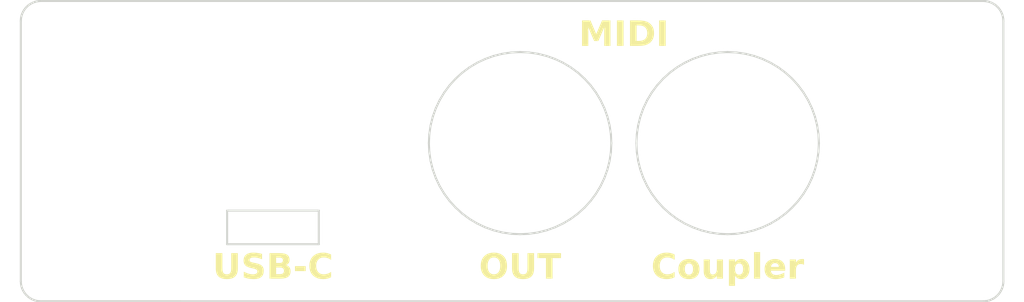
<source format=kicad_pcb>
(kicad_pcb (version 20221018) (generator pcbnew)

  (general
    (thickness 1.6)
  )

  (paper "A4")
  (layers
    (0 "F.Cu" signal)
    (31 "B.Cu" signal)
    (32 "B.Adhes" user "B.Adhesive")
    (33 "F.Adhes" user "F.Adhesive")
    (34 "B.Paste" user)
    (35 "F.Paste" user)
    (36 "B.SilkS" user "B.Silkscreen")
    (37 "F.SilkS" user "F.Silkscreen")
    (38 "B.Mask" user)
    (39 "F.Mask" user)
    (40 "Dwgs.User" user "User.Drawings")
    (41 "Cmts.User" user "User.Comments")
    (42 "Eco1.User" user "User.Eco1")
    (43 "Eco2.User" user "User.Eco2")
    (44 "Edge.Cuts" user)
    (45 "Margin" user)
    (46 "B.CrtYd" user "B.Courtyard")
    (47 "F.CrtYd" user "F.Courtyard")
    (48 "B.Fab" user)
    (49 "F.Fab" user)
    (50 "User.1" user)
    (51 "User.2" user)
    (52 "User.3" user)
    (53 "User.4" user)
    (54 "User.5" user)
    (55 "User.6" user)
    (56 "User.7" user)
    (57 "User.8" user)
    (58 "User.9" user)
  )

  (setup
    (pad_to_mask_clearance 0)
    (aux_axis_origin 100 80)
    (grid_origin 100 80)
    (pcbplotparams
      (layerselection 0x00010fc_ffffffff)
      (plot_on_all_layers_selection 0x0000000_00000000)
      (disableapertmacros false)
      (usegerberextensions true)
      (usegerberattributes true)
      (usegerberadvancedattributes true)
      (creategerberjobfile true)
      (dashed_line_dash_ratio 12.000000)
      (dashed_line_gap_ratio 3.000000)
      (svgprecision 4)
      (plotframeref false)
      (viasonmask false)
      (mode 1)
      (useauxorigin false)
      (hpglpennumber 1)
      (hpglpenspeed 20)
      (hpglpendiameter 15.000000)
      (dxfpolygonmode true)
      (dxfimperialunits true)
      (dxfusepcbnewfont true)
      (psnegative false)
      (psa4output false)
      (plotreference true)
      (plotvalue true)
      (plotinvisibletext false)
      (sketchpadsonfab false)
      (subtractmaskfromsilk true)
      (outputformat 1)
      (mirror false)
      (drillshape 0)
      (scaleselection 1)
      (outputdirectory "output/midi_out_faceplate_gerbers/")
    )
  )

  (net 0 "")

  (gr_line (start 98 106.65) (end 200 106.45)
    (stroke (width 0.15) (type dot)) (layer "Cmts.User") (tstamp 243e3375-fb57-4281-be34-26d90a125581))
  (gr_line (start 98 81.3) (end 200 81.3)
    (stroke (width 0.15) (type dot)) (layer "Cmts.User") (tstamp 2d81aaac-30d0-459c-a615-5daf2f57cf8c))
  (gr_line (start 98 104.2) (end 200 104.2)
    (stroke (width 0.15) (type dot)) (layer "Cmts.User") (tstamp 58dc5b15-5410-40a0-a176-6e370ef04108))
  (gr_line (start 98 108.7) (end 200 108.7)
    (stroke (width 0.15) (type dot)) (layer "Cmts.User") (tstamp c0837781-086a-454c-a85a-996ea8ae6a27))
  (gr_line (start 98 85.1) (end 200 85.1)
    (stroke (width 0.15) (type dot)) (layer "Cmts.User") (tstamp f149d42a-0cd6-495b-8d5f-2bd5783351eb))
  (gr_line (start 196.5806 80.0861) (end 196.3902 80.0384)
    (stroke (width 0.2) (type solid)) (layer "Edge.Cuts") (tstamp 00318b7d-dbb8-482b-b55d-8d46df1027f2))
  (gr_line locked (start 154.8557 101.76639) (end 154.0897 102.22549)
    (stroke (width 0.2) (type solid)) (layer "Edge.Cuts") (tstamp 00876350-633d-4602-95d4-f122be9ce12c))
  (gr_line (start 101.14844 109.809662) (end 101.38196 109.902115)
    (stroke (width 0.2) (type solid)) (layer "Edge.Cuts") (tstamp 02d329f5-b4ac-48fc-a6f9-8d10f6da5909))
  (gr_line (start 101.62523 109.964584) (end 101.8744 109.996063)
    (stroke (width 0.2) (type solid)) (layer "Edge.Cuts") (tstamp 02e51e09-987d-461c-95e8-4f9a2cc2c7f7))
  (gr_line (start 100.152237 81.2346) (end 100.086105 81.4194)
    (stroke (width 0.2) (type solid)) (layer "Edge.Cuts") (tstamp 04b37864-ae53-4203-8913-b756c5a1ef1d))
  (gr_line (start 197.7638 81.0572) (end 197.6629 80.8889)
    (stroke (width 0.2) (type solid)) (layer "Edge.Cuts") (tstamp 05ef9f4b-9da7-4671-88cf-f7dcc0dd57ab))
  (gr_line locked (start 158.7251 92.4247) (end 158.8562 93.308)
    (stroke (width 0.2) (type solid)) (layer "Edge.Cuts") (tstamp 061e6f26-8f9c-4b03-a8ea-579784eb9d26))
  (gr_line locked (start 157.8255 89.9103) (end 158.2073 90.7176)
    (stroke (width 0.2) (type solid)) (layer "Edge.Cuts") (tstamp 077aa369-0422-4d07-84a4-2f991e136cc1))
  (gr_line (start 100.06282 108.49739) (end 100.140442 108.73625)
    (stroke (width 0.2) (type solid)) (layer "Edge.Cuts") (tstamp 08203e4e-167b-4670-8f5f-3ba5a73adbbb))
  (gr_line locked (start 157.8255 98.4897) (end 157.3664 99.2557)
    (stroke (width 0.2) (type solid)) (layer "Edge.Cuts") (tstamp 082aeb29-04fe-4877-b298-05ae8c53085f))
  (gr_line (start 197.9139 108.58058) (end 197.9616 108.39018)
    (stroke (width 0.2) (type solid)) (layer "Edge.Cuts") (tstamp 08bb0d94-9b1b-48e7-8246-df46bf6efbd0))
  (gr_line (start 101.8744 109.996063) (end 196 110)
    (stroke (width 0.2) (type solid)) (layer "Edge.Cuts") (tstamp 099949d6-d33d-4ba5-b1c3-21f12ec52132))
  (gr_line locked (start 151.5753 85.2749) (end 152.4416 85.4919)
    (stroke (width 0.2) (type solid)) (layer "Edge.Cuts") (tstamp 0a3f17ec-87a9-4439-a2fb-cc7fdfd462ff))
  (gr_line locked (start 161.7918 96.8416) (end 161.5748 95.9753)
    (stroke (width 0.2) (type solid)) (layer "Edge.Cuts") (tstamp 0ab6d520-217c-4de5-8d1d-d19325622271))
  (gr_line locked (start 173.9824 85.7927) (end 174.7897 86.1745)
    (stroke (width 0.2) (type solid)) (layer "Edge.Cuts") (tstamp 0f9a97e3-7447-4db3-9a61-4dabfc0f0427))
  (gr_line locked (start 149.8 85.1) (end 150.692 85.1438)
    (stroke (width 0.2) (type solid)) (layer "Edge.Cuts") (tstamp 10bac07c-ee60-4e00-9fb5-ef0d0ac9832a))
  (gr_line locked (start 179.5562 93.308) (end 179.6 94.2)
    (stroke (width 0.2) (type solid)) (layer "Edge.Cuts") (tstamp 10f03002-5ad7-443d-b3bf-59e6c1684ee4))
  (gr_line (start 197.9904 81.804) (end 197.9616 81.6098)
    (stroke (width 0.2) (type solid)) (layer "Edge.Cuts") (tstamp 10fdfe61-3f52-412f-894a-cdff22175510))
  (gr_line locked (start 156.2347 87.7653) (end 156.8344 88.427)
    (stroke (width 0.2) (type solid)) (layer "Edge.Cuts") (tstamp 11e290d1-75b3-472e-80b5-a8992911a2f1))
  (gr_line locked (start 140.8748 92.4247) (end 141.0918 91.5584)
    (stroke (width 0.2) (type solid)) (layer "Edge.Cuts") (tstamp 14cc1af6-4cdc-46c8-ab35-c29d41bcbd08))
  (gr_line locked (start 179.5562 95.092) (end 179.4251 95.9753)
    (stroke (width 0.2) (type solid)) (layer "Edge.Cuts") (tstamp 16b1d4fe-9a03-43b4-a388-8c190678a57f))
  (gr_line locked (start 147.1584 102.90816) (end 146.3176 102.60732)
    (stroke (width 0.2) (type solid)) (layer "Edge.Cuts") (tstamp 178ccacb-5f8f-46f4-b234-d5b7576998de))
  (gr_line locked (start 143.3653 87.7653) (end 144.027 87.1656)
    (stroke (width 0.2) (type solid)) (layer "Edge.Cuts") (tstamp 1a141cc2-6be7-4a08-ae4b-f200d9802f97))
  (gr_line locked (start 148.908 85.1438) (end 149.8 85.1)
    (stroke (width 0.2) (type solid)) (layer "Edge.Cuts") (tstamp 1a318f88-a9e2-4d64-83ca-c6a18c0cefd3))
  (gr_line locked (start 162.0927 97.6824) (end 161.7918 96.8416)
    (stroke (width 0.2) (type solid)) (layer "Edge.Cuts") (tstamp 1a561b4a-baea-4e5f-a40c-8c55839f9b31))
  (gr_line (start 100.086105 81.4194) (end 100.038422 81.6098)
    (stroke (width 0.2) (type solid)) (layer "Edge.Cuts") (tstamp 1c5b18fc-fddd-4985-92a3-c15b010f1c78))
  (gr_line (start 197.9904 108.19604) (end 198 108)
    (stroke (width 0.2) (type solid)) (layer "Edge.Cuts") (tstamp 1e8293b6-c25c-4cf9-bf1a-48a4634b16ae))
  (gr_line locked (start 177.5344 99.973) (end 176.9347 100.63467)
    (stroke (width 0.2) (type solid)) (layer "Edge.Cuts") (tstamp 20241ee3-fb22-4497-8e11-0ae8728e8583))
  (gr_line locked (start 150.692 103.2562) (end 149.8 103.3)
    (stroke (width 0.2) (type solid)) (layer "Edge.Cuts") (tstamp 230d7b16-64ef-4bd0-980b-e10867e49698))
  (gr_line (start 100.928345 109.68866) (end 101.14844 109.809662)
    (stroke (width 0.2) (type solid)) (layer "Edge.Cuts") (tstamp 237edf11-8260-4f7b-a32c-a73e70f54f4b))
  (gr_line locked (start 141.0918 96.8416) (end 140.8748 95.9753)
    (stroke (width 0.2) (type solid)) (layer "Edge.Cuts") (tstamp 2427eb62-0619-41ca-833f-233ca2519b1c))
  (gr_line locked (start 155.573 87.1656) (end 156.2347 87.7653)
    (stroke (width 0.2) (type solid)) (layer "Edge.Cuts") (tstamp 27b06079-c50b-490f-af31-b3a58008f12c))
  (gr_line locked (start 176.273 87.1656) (end 176.9347 87.7653)
    (stroke (width 0.2) (type solid)) (layer "Edge.Cuts") (tstamp 291aa974-bd5a-45f4-9554-7286cb72f2bb))
  (gr_line locked (start 156.2347 100.63467) (end 155.573 101.23441)
    (stroke (width 0.2) (type solid)) (layer "Edge.Cuts") (tstamp 2ac397a5-4922-4dfa-b6ea-bd7c8669f045))
  (gr_line (start 197.1111 80.3371) (end 196.9428 80.2362)
    (stroke (width 0.2) (type solid)) (layer "Edge.Cuts") (tstamp 2c306de4-0a1f-4f93-b73a-904aedf217f9))
  (gr_line locked (start 146.3176 102.60732) (end 145.5103 102.22549)
    (stroke (width 0.2) (type solid)) (layer "Edge.Cuts") (tstamp 2c4a0e80-d364-4ec5-91a6-549e4f7e019f))
  (gr_line locked (start 178.0664 89.1443) (end 178.5255 89.9103)
    (stroke (width 0.2) (type solid)) (layer "Edge.Cuts") (tstamp 2d0f111f-d904-4461-a1f2-834fd1db723d))
  (gr_line locked (start 173.1416 85.4919) (end 173.9824 85.7927)
    (stroke (width 0.2) (type solid)) (layer "Edge.Cuts") (tstamp 2e56c4d2-731f-4e51-a456-a0449ed8e099))
  (gr_line locked (start 142.7656 99.973) (end 142.2336 99.2557)
    (stroke (width 0.2) (type solid)) (layer "Edge.Cuts") (tstamp 2f769330-6a47-4889-82bf-28d2be80176e))
  (gr_line locked (start 176.9347 87.7653) (end 177.5344 88.427)
    (stroke (width 0.2) (type solid)) (layer "Edge.Cuts") (tstamp 32be0103-1282-4653-b4bb-11cb000c1ba9))
  (gr_line locked (start 179.6 94.2) (end 179.5562 95.092)
    (stroke (width 0.2) (type solid)) (layer "Edge.Cuts") (tstamp 33cdde3e-e617-4bca-91b5-0bd39c316304))
  (gr_line locked (start 174.7897 86.1745) (end 175.5557 86.6336)
    (stroke (width 0.2) (type solid)) (layer "Edge.Cuts") (tstamp 34e9cd55-63bf-47df-98cc-b2dead009f22))
  (gr_line locked (start 141.3927 90.7176) (end 141.7745 89.9103)
    (stroke (width 0.2) (type solid)) (layer "Edge.Cuts") (tstamp 3668a952-7a04-4d65-a30b-403701a4a731))
  (gr_line locked (start 150.692 85.1438) (end 151.5753 85.2749)
    (stroke (width 0.2) (type solid)) (layer "Edge.Cuts") (tstamp 38fe6fea-115b-49e0-87a8-94f000e3f687))
  (gr_line locked (start 163.4656 88.427) (end 164.0653 87.7653)
    (stroke (width 0.2) (type solid)) (layer "Edge.Cuts") (tstamp 3b8574bd-2e08-4353-8015-662a0473e532))
  (gr_line locked (start 152.4416 102.90816) (end 151.5753 103.12515)
    (stroke (width 0.2) (type solid)) (layer "Edge.Cuts") (tstamp 3b98d676-e1b7-49fb-ba8d-fc1c87ec2b60))
  (gr_line (start 197.4142 109.414215) (end 197.546 109.268799)
    (stroke (width 0.2) (type solid)) (layer "Edge.Cuts") (tstamp 3c099481-2533-4c9d-b255-17624ffa4b8c))
  (gr_line (start 100.381958 109.175583) (end 100.542053 109.369095)
    (stroke (width 0.2) (type solid)) (layer "Edge.Cuts") (tstamp 3cb6e437-0cca-426a-9836-5c2971a27eb2))
  (gr_line locked (start 161.7918 91.5584) (end 162.0927 90.7176)
    (stroke (width 0.2) (type solid)) (layer "Edge.Cuts") (tstamp 3cc27465-5999-445c-ba08-53690a414bef))
  (gr_line locked (start 158.5081 91.5584) (end 158.7251 92.4247)
    (stroke (width 0.2) (type solid)) (layer "Edge.Cuts") (tstamp 3ccc0142-d1db-482d-bc30-e93b9d2397b6))
  (gr_line (start 198 108) (end 198 82)
    (stroke (width 0.2) (type solid)) (layer "Edge.Cuts") (tstamp 3d3155f0-e4e4-4230-aeaa-08ab9c13ad95))
  (gr_line (start 100.542053 109.369095) (end 100.725143 109.541031)
    (stroke (width 0.2) (type solid)) (layer "Edge.Cuts") (tstamp 3dfcc367-8f83-4642-99de-3a0bf69c9132))
  (gr_line locked (start 148.908 103.2562) (end 148.0247 103.12515)
    (stroke (width 0.2) (type solid)) (layer "Edge.Cuts") (tstamp 3e8c86c6-4e37-4c31-a086-17e165a3baa7))
  (gr_line locked (start 175.5557 86.6336) (end 176.273 87.1656)
    (stroke (width 0.2) (type solid)) (layer "Edge.Cuts") (tstamp 3efc4ddd-5acc-4862-9b76-3282ec841ac6))
  (gr_line locked (start 144.027 87.1656) (end 144.7443 86.6336)
    (stroke (width 0.2) (type solid)) (layer "Edge.Cuts") (tstamp 3fe3df92-fe28-43b8-a7ac-5bf7eaffc3e2))
  (gr_line locked (start 147.1584 85.4919) (end 148.0247 85.2749)
    (stroke (width 0.2) (type solid)) (layer "Edge.Cuts") (tstamp 3ffb6e1e-15ce-46ca-b57b-66027d417243))
  (gr_line (start 197.2688 109.546036) (end 197.4142 109.414215)
    (stroke (width 0.2) (type solid)) (layer "Edge.Cuts") (tstamp 40463e22-a673-47b1-82d7-e5098a619480))
  (gr_line locked (start 141.7745 89.9103) (end 142.2336 89.1443)
    (stroke (width 0.2) (type solid)) (layer "Edge.Cuts") (tstamp 4129523b-9bfc-48cd-bc5b-ccdfd90dfefc))
  (gr_line locked (start 165.4443 86.6336) (end 166.2103 86.1745)
    (stroke (width 0.2) (type solid)) (layer "Edge.Cuts") (tstamp 41911d69-0554-475e-95e1-bea5786233bf))
  (gr_line locked (start 179.2081 96.8416) (end 178.9073 97.6824)
    (stroke (width 0.2) (type solid)) (layer "Edge.Cuts") (tstamp 42ff4c4a-3c61-45f0-8da8-f1ca6de998e5))
  (gr_line (start 100.731201 80.454) (end 100.585785 80.5858)
    (stroke (width 0.2) (type solid)) (layer "Edge.Cuts") (tstamp 43d29b11-c7ef-4913-bf14-67fff39132c0))
  (gr_line locked (start 162.9336 99.2557) (end 162.4745 98.4897)
    (stroke (width 0.2) (type solid)) (layer "Edge.Cuts") (tstamp 459d3a82-f8db-403f-9aa5-bf08bf2139ba))
  (gr_line locked (start 154.0897 102.22549) (end 153.2824 102.60732)
    (stroke (width 0.2) (type solid)) (layer "Edge.Cuts") (tstamp 46b1f5df-8692-4359-a67a-0e0a1fa7a95b))
  (gr_line (start 196.5806 109.913895) (end 196.7654 109.847763)
    (stroke (width 0.2) (type solid)) (layer "Edge.Cuts") (tstamp 4731d31d-5e89-4cd3-a410-10c4dc31b01b))
  (gr_line (start 101.60982 80.0384) (end 101.41942 80.0861)
    (stroke (width 0.2) (type solid)) (layer "Edge.Cuts") (tstamp 47745cac-0394-49fd-85db-cde9e3936705))
  (gr_line (start 100.337051 80.8889) (end 100.236145 81.0572)
    (stroke (width 0.2) (type solid)) (layer "Edge.Cuts") (tstamp 4907eb65-6585-47c3-a2f2-18b8cb790ed3))
  (gr_line locked (start 158.2073 97.6824) (end 157.8255 98.4897)
    (stroke (width 0.2) (type solid)) (layer "Edge.Cuts") (tstamp 49955f0e-65bf-4dce-ba9f-6c8481b76f2f))
  (gr_line locked (start 164.0653 100.63467) (end 163.4656 99.973)
    (stroke (width 0.2) (type solid)) (layer "Edge.Cuts") (tstamp 5043b5d2-7268-4616-80ad-6fd6c53c75f7))
  (gr_line locked (start 151.5753 103.12515) (end 150.692 103.2562)
    (stroke (width 0.2) (type solid)) (layer "Edge.Cuts") (tstamp 51555b1f-9675-4107-aaa0-adf811c4030c))
  (gr_line (start 100.888855 80.3371) (end 100.731201 80.454)
    (stroke (width 0.2) (type solid)) (layer "Edge.Cuts") (tstamp 53dc1746-de8f-41b9-9b3a-5d18445bf560))
  (gr_line (start 101.05721 80.2362) (end 100.888855 80.3371)
    (stroke (width 0.2) (type solid)) (layer "Edge.Cuts") (tstamp 551d3c4a-035f-413f-b252-209759de5b8d))
  (gr_line locked (start 149.8 103.3) (end 148.908 103.2562)
    (stroke (width 0.2) (type solid)) (layer "Edge.Cuts") (tstamp 55419888-123a-445b-a949-b249d94d01fe))
  (gr_line locked (start 162.9336 89.1443) (end 163.4656 88.427)
    (stroke (width 0.2) (type solid)) (layer "Edge.Cuts") (tstamp 55873769-1a31-48bf-82f1-3d8c05c9031d))
  (gr_line locked (start 162.0927 90.7176) (end 162.4745 89.9103)
    (stroke (width 0.2) (type solid)) (layer "Edge.Cuts") (tstamp 55d5dfc8-8f3e-404d-950a-63a8df6815e6))
  (gr_line locked (start 164.727 101.23441) (end 164.0653 100.63467)
    (stroke (width 0.2) (type solid)) (layer "Edge.Cuts") (tstamp 568d04ee-46ba-47f7-92e4-5c85a179dedb))
  (gr_line (start 100.140442 108.73625) (end 100.247375 108.96352)
    (stroke (width 0.2) (type solid)) (layer "Edge.Cuts") (tstamp 5cd17678-d05d-4e1f-8161-53df03da13b0))
  (gr_line locked (start 178.5255 89.9103) (end 178.9073 90.7176)
    (stroke (width 0.2) (type solid)) (layer "Edge.Cuts") (tstamp 5e7a9d9a-d6b2-49b1-a72d-04c3679cc478))
  (gr_line locked (start 168.7247 85.2749) (end 169.608 85.1438)
    (stroke (width 0.2) (type solid)) (layer "Edge.Cuts") (tstamp 5f38e56f-4e9f-4879-8245-6ab6b803a0e4))
  (gr_line (start 100.725143 109.541031) (end 100.928345 109.68866)
    (stroke (width 0.2) (type solid)) (layer "Edge.Cuts") (tstamp 5faf074c-efd1-4f72-8821-7586f58e9d85))
  (gr_line (start 100.236145 81.0572) (end 100.152237 81.2346)
    (stroke (width 0.2) (type solid)) (layer "Edge.Cuts") (tstamp 60a8cee5-0680-424e-bfe4-d825942e1e31))
  (gr_line locked (start 158.8562 93.308) (end 158.9 94.2)
    (stroke (width 0.2) (type solid)) (layer "Edge.Cuts") (tstamp 628984f8-44fc-4fd0-9e0c-ff23e7093de3))
  (gr_line (start 197.6629 109.111145) (end 197.7638 108.94279)
    (stroke (width 0.2) (type solid)) (layer "Edge.Cuts") (tstamp 63320b09-fda6-4d68-a7aa-bc4547aef1d7))
  (gr_line locked (start 153.2824 102.60732) (end 152.4416 102.90816)
    (stroke (width 0.2) (type solid)) (layer "Edge.Cuts") (tstamp 6469fc4f-5f4e-4244-86cd-2856f7246072))
  (gr_line locked (start 146.3176 85.7927) (end 147.1584 85.4919)
    (stroke (width 0.2) (type solid)) (layer "Edge.Cuts") (tstamp 66012072-f392-4b1f-a52c-56347467fedd))
  (gr_line locked (start 176.273 101.23441) (end 175.5557 101.76639)
    (stroke (width 0.2) (type solid)) (layer "Edge.Cuts") (tstamp 67c3647d-30c8-45bd-881d-3d6c020dd6a5))
  (gr_line locked (start 129.72 104.30002) (end 120.58 104.30002)
    (stroke (width 0.2) (type solid)) (layer "Edge.Cuts") (tstamp 67f8b047-e79d-4e4f-8f52-ced798ca787b))
  (gr_line locked (start 140.7 94.2) (end 140.7438 93.308)
    (stroke (width 0.2) (type solid)) (layer "Edge.Cuts") (tstamp 69f8f885-3633-48b9-9d45-956106d7f05b))
  (gr_line (start 101.23462 80.1523) (end 101.05721 80.2362)
    (stroke (width 0.2) (type solid)) (layer "Edge.Cuts") (tstamp 6a07689a-d879-4491-960b-502bc4f0675f))
  (gr_line (start 196.9428 109.763855) (end 197.1111 109.662949)
    (stroke (width 0.2) (type solid)) (layer "Edge.Cuts") (tstamp 6eb97c6d-29a5-49ea-8c50-4413ed6ed824))
  (gr_line locked (start 144.7443 86.6336) (end 145.5103 86.1745)
    (stroke (width 0.2) (type solid)) (layer "Edge.Cuts") (tstamp 6fc4722c-e71f-4ba8-aee4-7f39eb3eff5a))
  (gr_line (start 102 80) (end 101.80396 80.0096)
    (stroke (width 0.2) (type solid)) (layer "Edge.Cuts") (tstamp 70aab19c-6328-4a93-a79f-d0f4c6dc7b4e))
  (gr_line (start 197.4142 80.5858) (end 197.2688 80.454)
    (stroke (width 0.2) (type solid)) (layer "Edge.Cuts") (tstamp 70b2fdc1-adf0-4b56-b673-aa90689384bc))
  (gr_line locked (start 170.5 103.3) (end 169.608 103.2562)
    (stroke (width 0.2) (type solid)) (layer "Edge.Cuts") (tstamp 71ee930a-edd0-4ac4-a713-abddec0818f3))
  (gr_line (start 197.8477 81.2346) (end 197.7638 81.0572)
    (stroke (width 0.2) (type solid)) (layer "Edge.Cuts") (tstamp 755d8b2f-c488-4739-a433-8744d77bc101))
  (gr_line locked (start 176.9347 100.63467) (end 176.273 101.23441)
    (stroke (width 0.2) (type solid)) (layer "Edge.Cuts") (tstamp 770bc6c6-7bea-469d-8c77-0e6ca1258a11))
  (gr_line locked (start 158.8562 95.092) (end 158.7251 95.9753)
    (stroke (width 0.2) (type solid)) (layer "Edge.Cuts") (tstamp 790b4411-3634-4bb5-94ee-11ecd57469ba))
  (gr_line (start 100.247375 108.96352) (end 100.381958 109.175583)
    (stroke (width 0.2) (type solid)) (layer "Edge.Cuts") (tstamp 79531c14-34b4-4edc-b55d-cd29074acd93))
  (gr_line (start 196.7654 109.847763) (end 196.9428 109.763855)
    (stroke (width 0.2) (type solid)) (layer "Edge.Cuts") (tstamp 79580fd4-3149-4cfe-8bcc-a7732a6d7e26))
  (gr_line (start 100.009628 81.804) (end 100 82)
    (stroke (width 0.2) (type solid)) (layer "Edge.Cuts") (tstamp 7a1a32cf-6b43-4891-b2df-849880dc8c29))
  (gr_line locked (start 173.1416 102.90816) (end 172.2753 103.12515)
    (stroke (width 0.2) (type solid)) (layer "Edge.Cuts") (tstamp 7b1880b9-7c76-453b-acdf-871cb39159fd))
  (gr_line locked (start 164.727 87.1656) (end 165.4443 86.6336)
    (stroke (width 0.2) (type solid)) (layer "Edge.Cuts") (tstamp 7cd58ca0-099a-49e9-bf2b-45f14dd3d488))
  (gr_line (start 100 108) (end 100.015762 108.25067)
    (stroke (width 0.2) (type solid)) (layer "Edge.Cuts") (tstamp 7f1e57fb-8180-4815-9de5-845de31f5260))
  (gr_line locked (start 120.58 104.30002) (end 120.58 100.94002)
    (stroke (width 0.2) (type solid)) (layer "Edge.Cuts") (tstamp 80866939-b8b8-49b5-9fda-4b2715209bdb))
  (gr_line locked (start 161.4 94.2) (end 161.4438 93.308)
    (stroke (width 0.2) (type solid)) (layer "Edge.Cuts") (tstamp 8147b1c2-38e7-4e9f-9928-6610fb88309a))
  (gr_line (start 196 110) (end 196.196 109.990372)
    (stroke (width 0.2) (type solid)) (layer "Edge.Cuts") (tstamp 8202fcfc-f9ec-49f0-986e-2f76eb8581ee))
  (gr_line locked (start 156.8344 99.973) (end 156.2347 100.63467)
    (stroke (width 0.2) (type solid)) (layer "Edge.Cuts") (tstamp 83d3f950-7c16-4a04-a0b7-25a11a3fb2bc))
  (gr_line locked (start 120.58 100.94002) (end 129.72 100.94002)
    (stroke (width 0.2) (type solid)) (layer "Edge.Cuts") (tstamp 881fb070-772f-4f85-b717-096bd26da2ab))
  (gr_line locked (start 178.0664 99.2557) (end 177.5344 99.973)
    (stroke (width 0.2) (type solid)) (layer "Edge.Cuts") (tstamp 882b44aa-b95c-4f16-8e9d-3ea537ce1728))
  (gr_line locked (start 142.7656 88.427) (end 143.3653 87.7653)
    (stroke (width 0.2) (type solid)) (layer "Edge.Cuts") (tstamp 8a0007a7-d07f-4063-84b1-082cca4b97b0))
  (gr_line locked (start 161.4438 95.092) (end 161.4 94.2)
    (stroke (width 0.2) (type solid)) (layer "Edge.Cuts") (tstamp 8bb5ca60-7649-4ae4-b5b4-2c2b4fc11807))
  (gr_line locked (start 143.3653 100.63467) (end 142.7656 99.973)
    (stroke (width 0.2) (type solid)) (layer "Edge.Cuts") (tstamp 8c672cd0-7270-4554-b0f6-594d8d0addb5))
  (gr_line locked (start 178.9073 97.6824) (end 178.5255 98.4897)
    (stroke (width 0.2) (type solid)) (layer "Edge.Cuts") (tstamp 8d7c70af-a5f8-4543-aee1-6a4f943a017a))
  (gr_line (start 196 80) (end 102 80)
    (stroke (width 0.2) (type solid)) (layer "Edge.Cuts") (tstamp 8d917b58-849f-43f6-945a-c8e2795bb5db))
  (gr_line locked (start 179.4251 92.4247) (end 179.5562 93.308)
    (stroke (width 0.2) (type solid)) (layer "Edge.Cuts") (tstamp 8f5c395f-8809-4791-b730-cc9dc8fbadf6))
  (gr_line (start 100.038422 81.6098) (end 100.009628 81.804)
    (stroke (width 0.2) (type solid)) (layer "Edge.Cuts") (tstamp 939a44d6-f49d-4f91-864f-621f99fc0481))
  (gr_line locked (start 166.2103 86.1745) (end 167.0176 85.7927)
    (stroke (width 0.2) (type solid)) (layer "Edge.Cuts") (tstamp 95e96bdb-abfa-4b85-a740-b5ba0555dc90))
  (gr_line locked (start 154.8557 86.6336) (end 155.573 87.1656)
    (stroke (width 0.2) (type solid)) (layer "Edge.Cuts") (tstamp 97729841-afe5-404f-9bab-422cfee746b9))
  (gr_line (start 100 82) (end 100 108)
    (stroke (width 0.2) (type solid)) (layer "Edge.Cuts") (tstamp 98a97d38-0d2a-4576-8df2-a5f059e12f54))
  (gr_line locked (start 177.5344 88.427) (end 178.0664 89.1443)
    (stroke (width 0.2) (type solid)) (layer "Edge.Cuts") (tstamp 993cf300-f3aa-49cc-bd36-c47e9ccc75ba))
  (gr_line locked (start 170.5 85.1) (end 171.392 85.1438)
    (stroke (width 0.2) (type solid)) (layer "Edge.Cuts") (tstamp 9a552b28-6ab3-46e1-8332-9c05ac167d2d))
  (gr_line (start 197.9139 81.4194) (end 197.8477 81.2346)
    (stroke (width 0.2) (type solid)) (layer "Edge.Cuts") (tstamp 9a785b2e-015a-40c0-990c-d04da598067b))
  (gr_line locked (start 178.9073 90.7176) (end 179.2081 91.5584)
    (stroke (width 0.2) (type solid)) (layer "Edge.Cuts") (tstamp 9aec6ad4-ae5a-483c-a406-f43e15d15857))
  (gr_line locked (start 158.5081 96.8416) (end 158.2073 97.6824)
    (stroke (width 0.2) (type solid)) (layer "Edge.Cuts") (tstamp 9b698036-a401-4116-aa71-a001c887a1f9))
  (gr_line (start 197.9616 108.39018) (end 197.9904 108.19604)
    (stroke (width 0.2) (type solid)) (layer "Edge.Cuts") (tstamp 9de8f7b2-e250-4cd3-8216-532e748bce23))
  (gr_line (start 196.196 109.990372) (end 196.3902 109.961578)
    (stroke (width 0.2) (type solid)) (layer "Edge.Cuts") (tstamp 9e9f736d-0aec-4aaa-a220-0379bbf5607c))
  (gr_line locked (start 144.7443 101.76639) (end 144.027 101.23441)
    (stroke (width 0.2) (type solid)) (layer "Edge.Cuts") (tstamp 9ff21073-00c0-4d70-bb7e-cdb9351f699b))
  (gr_line locked (start 142.2336 99.2557) (end 141.7745 98.4897)
    (stroke (width 0.2) (type solid)) (layer "Edge.Cuts") (tstamp a509caf7-2d3b-49ab-9682-6736d28b1d19))
  (gr_line locked (start 167.0176 85.7927) (end 167.8584 85.4919)
    (stroke (width 0.2) (type solid)) (layer "Edge.Cuts") (tstamp a616cdc0-debb-4f7a-9206-be360f790160))
  (gr_line locked (start 161.5748 95.9753) (end 161.4438 95.092)
    (stroke (width 0.2) (type solid)) (layer "Edge.Cuts") (tstamp a7f64dd0-7267-41f2-9201-6a38422010f5))
  (gr_line locked (start 157.3664 99.2557) (end 156.8344 99.973)
    (stroke (width 0.2) (type solid)) (layer "Edge.Cuts") (tstamp a8ec5d55-9e50-452f-8577-c1296508f774))
  (gr_line locked (start 141.0918 91.5584) (end 141.3927 90.7176)
    (stroke (width 0.2) (type solid)) (layer "Edge.Cuts") (tstamp a9757190-c376-4f26-9e58-98d84c7a0a57))
  (gr_line locked (start 148.0247 85.2749) (end 148.908 85.1438)
    (stroke (width 0.2) (type solid)) (layer "Edge.Cuts") (tstamp aae7317f-6ead-41e5-84fe-edddea5f788d))
  (gr_line locked (start 165.4443 101.76639) (end 164.727 101.23441)
    (stroke (width 0.2) (type solid)) (layer "Edge.Cuts") (tstamp abf4ca91-8cf2-40fb-9c6a-7b6fd6dcf2d5))
  (gr_line locked (start 158.2073 90.7176) (end 158.5081 91.5584)
    (stroke (width 0.2) (type solid)) (layer "Edge.Cuts") (tstamp ac2b3fef-d02a-4b30-b868-23fa374ff1ee))
  (gr_line locked (start 141.7745 98.4897) (end 141.3927 97.6824)
    (stroke (width 0.2) (type solid)) (layer "Edge.Cuts") (tstamp ac64bdeb-b186-421c-88d9-6cf42c98b08b))
  (gr_line (start 101.80396 80.0096) (end 101.60982 80.0384)
    (stroke (width 0.2) (type solid)) (layer "Edge.Cuts") (tstamp ad65af7a-903f-4730-ad1a-435b1a0e591e))
  (gr_line locked (start 172.2753 85.2749) (end 173.1416 85.4919)
    (stroke (width 0.2) (type solid)) (layer "Edge.Cuts") (tstamp ada39eee-1a2d-41c2-9001-e70174418271))
  (gr_line locked (start 129.72 100.94002) (end 129.72 104.30002)
    (stroke (width 0.2) (type solid)) (layer "Edge.Cuts") (tstamp b08780bf-38e8-4b42-a8d5-cc49b4f571e2))
  (gr_line (start 101.41942 80.0861) (end 101.23462 80.1523)
    (stroke (width 0.2) (type solid)) (layer "Edge.Cuts") (tstamp b0bd3492-5ace-4171-895b-802b632c7c52))
  (gr_line locked (start 162.4745 89.9103) (end 162.9336 89.1443)
    (stroke (width 0.2) (type solid)) (layer "Edge.Cuts") (tstamp b2ffb88c-cab8-4fe8-847a-6058d302b33a))
  (gr_line (start 196.3902 109.961578) (end 196.5806 109.913895)
    (stroke (width 0.2) (type solid)) (layer "Edge.Cuts") (tstamp b5c1ae6f-a36d-479e-a603-4c19f67e7536))
  (gr_line locked (start 167.0176 102.60732) (end 166.2103 102.22549)
    (stroke (width 0.2) (type solid)) (layer "Edge.Cuts") (tstamp b8a39756-dd2c-418e-9f5f-97e89a290b7e))
  (gr_line (start 197.9616 81.6098) (end 197.9139 81.4194)
    (stroke (width 0.2) (type solid)) (layer "Edge.Cuts") (tstamp bd9b6a13-7050-443a-9e54-281f0907f4dc))
  (gr_line locked (start 140.7438 93.308) (end 140.8748 92.4247)
    (stroke (width 0.2) (type solid)) (layer "Edge.Cuts") (tstamp be040921-0fa5-4bb7-875d-7b27a63f9dbb))
  (gr_line locked (start 141.3927 97.6824) (end 141.0918 96.8416)
    (stroke (width 0.2) (type solid)) (layer "Edge.Cuts") (tstamp bfd48b5f-d6ca-44c3-a01e-e594ccdcffab))
  (gr_line locked (start 144.027 101.23441) (end 143.3653 100.63467)
    (stroke (width 0.2) (type solid)) (layer "Edge.Cuts") (tstamp c1b0ae24-7710-453e-835b-787e6d9dd58d))
  (gr_line locked (start 169.608 85.1438) (end 170.5 85.1)
    (stroke (width 0.2) (type solid)) (layer "Edge.Cuts") (tstamp c380de59-a4f3-4ab8-be77-117e27d22ee8))
  (gr_line locked (start 162.4745 98.4897) (end 162.0927 97.6824)
    (stroke (width 0.2) (type solid)) (layer "Edge.Cuts") (tstamp c40ee742-b083-4ee7-a065-8d95e6eeed5e))
  (gr_line locked (start 164.0653 87.7653) (end 164.727 87.1656)
    (stroke (width 0.2) (type solid)) (layer "Edge.Cuts") (tstamp c5273c73-001e-406a-a9ca-c83e0af0ff46))
  (gr_line (start 198 82) (end 197.9904 81.804)
    (stroke (width 0.2) (type solid)) (layer "Edge.Cuts") (tstamp c5c48be9-14df-4b54-bd9d-0127010b92b6))
  (gr_line (start 197.546 80.7312) (end 197.4142 80.5858)
    (stroke (width 0.2) (type solid)) (layer "Edge.Cuts") (tstamp c6fca097-a681-413e-aa31-733664165267))
  (gr_line (start 197.546 109.268799) (end 197.6629 109.111145)
    (stroke (width 0.2) (type solid)) (layer "Edge.Cuts") (tstamp c7330929-1ad7-42da-abe3-9a04d5552be3))
  (gr_line locked (start 157.3664 89.1443) (end 157.8255 89.9103)
    (stroke (width 0.2) (type solid)) (layer "Edge.Cuts") (tstamp c7e6723d-d187-4d9d-a2af-1c776e7cb756))
  (gr_line locked (start 172.2753 103.12515) (end 171.392 103.2562)
    (stroke (width 0.2) (type solid)) (layer "Edge.Cuts") (tstamp c83b094a-ed10-407b-920e-54e6f6672cda))
  (gr_line (start 196.9428 80.2362) (end 196.7654 80.1523)
    (stroke (width 0.2) (type solid)) (layer "Edge.Cuts") (tstamp c84768a1-7754-43bc-b245-6c9015d55a3c))
  (gr_line (start 197.7638 108.94279) (end 197.8477 108.76538)
    (stroke (width 0.2) (type solid)) (layer "Edge.Cuts") (tstamp cb841622-cfb2-4d9f-8079-3c17e4dade96))
  (gr_line locked (start 171.392 103.2562) (end 170.5 103.3)
    (stroke (width 0.2) (type solid)) (layer "Edge.Cuts") (tstamp cbadf7ef-8fea-4a67-b2ad-5470ea7bed59))
  (gr_line locked (start 167.8584 85.4919) (end 168.7247 85.2749)
    (stroke (width 0.2) (type solid)) (layer "Edge.Cuts") (tstamp d1ef3d1c-4949-4641-b17d-7f56a10e8331))
  (gr_line (start 196.196 80.0096) (end 196 80)
    (stroke (width 0.2) (type solid)) (layer "Edge.Cuts") (tstamp d40fd207-69a5-425b-9b94-4a622ac20e51))
  (gr_line locked (start 155.573 101.23441) (end 154.8557 101.76639)
    (stroke (width 0.2) (type solid)) (layer "Edge.Cuts") (tstamp d69d656d-f94f-46ec-a7cf-b51ca0f71e43))
  (gr_line locked (start 153.2824 85.7927) (end 154.0897 86.1745)
    (stroke (width 0.2) (type solid)) (layer "Edge.Cuts") (tstamp d6a9b6b3-0f3b-4f20-87e5-d9ae9de15ac3))
  (gr_line locked (start 179.4251 95.9753) (end 179.2081 96.8416)
    (stroke (width 0.2) (type solid)) (layer "Edge.Cuts") (tstamp d6fe20b1-6a4e-455c-bd7b-a0e263735ab7))
  (gr_line locked (start 142.2336 89.1443) (end 142.7656 88.427)
    (stroke (width 0.2) (type solid)) (layer "Edge.Cuts") (tstamp d802c588-aca4-4a11-80ee-a54e593ca0de))
  (gr_line locked (start 145.5103 102.22549) (end 144.7443 101.76639)
    (stroke (width 0.2) (type solid)) (layer "Edge.Cuts") (tstamp d88dcbfe-648f-4b3a-9819-5d63e6212e33))
  (gr_line (start 197.6629 80.8889) (end 197.546 80.7312)
    (stroke (width 0.2) (type solid)) (layer "Edge.Cuts") (tstamp d91be7d5-0b92-4ad9-862a-ad6926cf7e53))
  (gr_line locked (start 148.0247 103.12515) (end 147.1584 102.90816)
    (stroke (width 0.2) (type solid)) (layer "Edge.Cuts") (tstamp da6cc550-9cb0-4333-a3a1-54264f6857e4))
  (gr_line locked (start 175.5557 101.76639) (end 174.7897 102.22549)
    (stroke (width 0.2) (type solid)) (layer "Edge.Cuts") (tstamp dadc1a07-1cf3-4aa0-ad74-a952dc558955))
  (gr_line locked (start 174.7897 102.22549) (end 173.9824 102.60732)
    (stroke (width 0.2) (type solid)) (layer "Edge.Cuts") (tstamp db579578-2cb7-4aec-a12e-1386092be4ac))
  (gr_line (start 196.7654 80.1523) (end 196.5806 80.0861)
    (stroke (width 0.2) (type solid)) (layer "Edge.Cuts") (tstamp ddb00dce-96da-417f-a73f-7db7611bc884))
  (gr_line locked (start 161.5748 92.4247) (end 161.7918 91.5584)
    (stroke (width 0.2) (type solid)) (layer "Edge.Cuts") (tstamp e0694472-41f4-4618-9e82-84491634d4b7))
  (gr_line (start 196.3902 80.0384) (end 196.196 80.0096)
    (stroke (width 0.2) (type solid)) (layer "Edge.Cuts") (tstamp e313e192-5b0c-42c9-95c4-b697578eeb10))
  (gr_line locked (start 140.8748 95.9753) (end 140.7438 95.092)
    (stroke (width 0.2) (type solid)) (layer "Edge.Cuts") (tstamp e4d79491-5d33-40fd-ae02-3850421656d3))
  (gr_line locked (start 173.9824 102.60732) (end 173.1416 102.90816)
    (stroke (width 0.2) (type solid)) (layer "Edge.Cuts") (tstamp e57be09d-085e-40c1-98bd-b0804ad07537))
  (gr_line locked (start 140.7438 95.092) (end 140.7 94.2)
    (stroke (width 0.2) (type solid)) (layer "Edge.Cuts") (tstamp e7acd3b6-aa51-49d7-96fe-afb998ab10e1))
  (gr_line locked (start 166.2103 102.22549) (end 165.4443 101.76639)
    (stroke (width 0.2) (type solid)) (layer "Edge.Cuts") (tstamp e7f6054e-f7af-43f6-9826-2f0359c9c901))
  (gr_line (start 197.2688 80.454) (end 197.1111 80.3371)
    (stroke (width 0.2) (type solid)) (layer "Edge.Cuts") (tstamp e8534715-fc7d-43f5-8eaf-6026e9922191))
  (gr_line (start 197.8477 108.76538) (end 197.9139 108.58058)
    (stroke (width 0.2) (type solid)) (layer "Edge.Cuts") (tstamp e9d5a34c-fa3b-4579-b7fd-3460ba79669f))
  (gr_line locked (start 171.392 85.1438) (end 172.2753 85.2749)
    (stroke (width 0.2) (type solid)) (layer "Edge.Cuts") (tstamp eca15f85-fc82-4887-beac-af0fa559d955))
  (gr_line (start 100.015762 108.25067) (end 100.06282 108.49739)
    (stroke (width 0.2) (type solid)) (layer "Edge.Cuts") (tstamp ecb67766-3f17-4aa1-bbb3-176035438a00))
  (gr_line locked (start 178.5255 98.4897) (end 178.0664 99.2557)
    (stroke (width 0.2) (type solid)) (layer "Edge.Cuts") (tstamp ed0c8926-aa2b-4e65-b25b-9944ec212828))
  (gr_line locked (start 156.8344 88.427) (end 157.3664 89.1443)
    (stroke (width 0.2) (type solid)) (layer "Edge.Cuts") (tstamp ed0e372b-b373-49d1-afa2-acfd5a8780da))
  (gr_line (start 197.1111 109.662949) (end 197.2688 109.546036)
    (stroke (width 0.2) (type solid)) (layer "Edge.Cuts") (tstamp eda97337-1e84-4018-9b2d-9083297e268a))
  (gr_line locked (start 145.5103 86.1745) (end 146.3176 85.7927)
    (stroke (width 0.2) (type solid)) (layer "Edge.Cuts") (tstamp ee0db99f-27aa-4eb0-8504-5583eebe0e63))
  (gr_line locked (start 169.608 103.2562) (end 168.7247 103.12515)
    (stroke (width 0.2) (type solid)) (layer "Edge.Cuts") (tstamp efab7e21-2f1f-4edd-8621-951cfd45907a))
  (gr_line locked (start 163.4656 99.973) (end 162.9336 99.2557)
    (stroke (width 0.2) (type solid)) (layer "Edge.Cuts") (tstamp f058c95c-3bc3-4b3a-8fdf-e0602aa63d25))
  (gr_line (start 100.585785 80.5858) (end 100.453964 80.7312)
    (stroke (width 0.2) (type solid)) (layer "Edge.Cuts") (tstamp f291e829-a0e4-4e1d-bef4-50910289f6eb))
  (gr_line locked (start 179.2081 91.5584) (end 179.4251 92.4247)
    (stroke (width 0.2) (type solid)) (layer "Edge.Cuts") (tstamp f4a1f838-5352-4b0c-b8dd-ec18a919fce1))
  (gr_line (start 100.453964 80.7312) (end 100.337051 80.8889)
    (stroke (width 0.2) (type solid)) (layer "Edge.Cuts") (tstamp f5ae018c-0a72-46bb-93a5-d667f515664e))
  (gr_line locked (start 152.4416 85.4919) (end 153.2824 85.7927)
    (stroke (width 0.2) (type solid)) (layer "Edge.Cuts") (tstamp f5d738c5-f95e-45a5-889b-499b471249b9))
  (gr_line locked (start 158.7251 95.9753) (end 158.5081 96.8416)
    (stroke (width 0.2) (type solid)) (layer "Edge.Cuts") (tstamp f619021c-0be2-4914-898c-d0d97691cc99))
  (gr_line locked (start 167.8584 102.90816) (end 167.0176 102.60732)
    (stroke (width 0.2) (type solid)) (layer "Edge.Cuts") (tstamp f90b0ef7-a750-4c51-891b-93a9d4d2f860))
  (gr_line (start 101.38196 109.902115) (end 101.62523 109.964584)
    (stroke (width 0.2) (type solid)) (layer "Edge.Cuts") (tstamp f96454d4-1dc6-427a-85a2-1718ae6405a9))
  (gr_line locked (start 158.9 94.2) (end 158.8562 95.092)
    (stroke (width 0.2) (type solid)) (layer "Edge.Cuts") (tstamp fb194f2a-aa47-41aa-8ac9-aff5b2b1fe97))
  (gr_line locked (start 154.0897 86.1745) (end 154.8557 86.6336)
    (stroke (width 0.2) (type solid)) (layer "Edge.Cuts") (tstamp fc945b05-5764-4077-8c00-025ecfd9724c))
  (gr_line locked (start 168.7247 103.12515) (end 167.8584 102.90816)
    (stroke (width 0.2) (type solid)) (layer "Edge.Cuts") (tstamp fd4f2eac-b2bd-4aa7-8de9-6d0c774a1df8))
  (gr_line locked (start 161.4438 93.308) (end 161.5748 92.4247)
    (stroke (width 0.2) (type solid)) (layer "Edge.Cuts") (tstamp ff051603-8256-4f20-b954-64cf4199d020))
  (gr_text "Coupler" (at 170.5 106.7) (layer "F.SilkS") (tstamp 0cc5b966-7c50-44fe-a98e-792ff8563fa4)
    (effects (font (face "Arial Black") (size 2.5 2.5) (thickness 0.5) bold))
    (render_cache "Coupler" 0
      (polygon
        (pts
          (xy 165.053995 106.677486)          (xy 165.77329 106.885703)          (xy 165.763754 106.923505)          (xy 165.753617 106.960435)
          (xy 165.742879 106.996492)          (xy 165.73154 107.031676)          (xy 165.7196 107.065987)          (xy 165.707058 107.099425)
          (xy 165.693916 107.13199)          (xy 165.680173 107.163681)          (xy 165.665828 107.1945)          (xy 165.650883 107.224446)
          (xy 165.635336 107.253519)          (xy 165.619188 107.281719)          (xy 165.60244 107.309047)          (xy 165.58509 107.335501)
          (xy 165.567139 107.361082)          (xy 165.548587 107.38579)          (xy 165.529527 107.409615)          (xy 165.509899 107.432702)
          (xy 165.489704 107.455048)          (xy 165.468941 107.476656)          (xy 165.44761 107.497524)          (xy 165.425712 107.517652)
          (xy 165.403246 107.537041)          (xy 165.380212 107.555691)          (xy 165.356611 107.573602)          (xy 165.332441 107.590773)
          (xy 165.307705 107.607204)          (xy 165.2824 107.622896)          (xy 165.256528 107.637849)          (xy 165.230088 107.652062)
          (xy 165.203081 107.665536)          (xy 165.175506 107.678271)          (xy 165.147179 107.690175)          (xy 165.117918 107.701311)
          (xy 165.087722 107.71168)          (xy 165.05659 107.72128)          (xy 165.024524 107.730113)          (xy 164.991522 107.738177)
          (xy 164.957586 107.745473)          (xy 164.922715 107.752001)          (xy 164.886908 107.757762)          (xy 164.850167 107.762754)
          (xy 164.81249 107.766978)          (xy 164.773879 107.770434)          (xy 164.734333 107.773122)          (xy 164.693851 107.775042)
          (xy 164.652435 107.776194)          (xy 164.610084 107.776578)          (xy 164.584317 107.776461)          (xy 164.558843 107.776108)
          (xy 164.533661 107.775521)          (xy 164.508771 107.774699)          (xy 164.484173 107.773642)          (xy 164.435854 107.770822)
          (xy 164.388703 107.767063)          (xy 164.342722 107.762364)          (xy 164.297909 107.756726)          (xy 164.254265 107.750148)
          (xy 164.21179 107.742629)          (xy 164.170483 107.734172)          (xy 164.130345 107.724774)          (xy 164.091376 107.714437)
          (xy 164.053576 107.703159)          (xy 164.016944 107.690942)          (xy 163.981481 107.677786)          (xy 163.947187 107.663689)
          (xy 163.930478 107.656289)          (xy 163.89771 107.640542)          (xy 163.865506 107.623373)          (xy 163.833864 107.604783)
          (xy 163.802785 107.584771)          (xy 163.772269 107.563338)          (xy 163.742316 107.540483)          (xy 163.712925 107.516207)
          (xy 163.684098 107.490509)          (xy 163.655834 107.463389)          (xy 163.628132 107.434848)          (xy 163.600993 107.404886)
          (xy 163.574418 107.373501)          (xy 163.548405 107.340696)          (xy 163.522955 107.306468)          (xy 163.498068 107.270819)
          (xy 163.473744 107.233749)          (xy 163.450526 107.19524)          (xy 163.428807 107.155429)          (xy 163.408585 107.114315)
          (xy 163.389862 107.0719)          (xy 163.372636 107.028182)          (xy 163.356908 106.983161)          (xy 163.342678 106.936839)
          (xy 163.336125 106.913189)          (xy 163.329946 106.889214)          (xy 163.324142 106.864913)          (xy 163.318712 106.840286)
          (xy 163.313656 106.815334)          (xy 163.308975 106.790057)          (xy 163.304669 106.764454)          (xy 163.300737 106.738525)
          (xy 163.297179 106.71227)          (xy 163.293996 106.685691)          (xy 163.291188 106.658785)          (xy 163.288754 106.631554)
          (xy 163.286694 106.603997)          (xy 163.285009 106.576115)          (xy 163.283698 106.547907)          (xy 163.282762 106.519374)
          (xy 163.2822 106.490515)          (xy 163.282013 106.461331)          (xy 163.282343 106.422457)          (xy 163.283332 106.384146)
          (xy 163.284981 106.346398)          (xy 163.287289 106.309213)          (xy 163.290257 106.272591)          (xy 163.293884 106.236532)
          (xy 163.298171 106.201035)          (xy 163.303117 106.166102)          (xy 163.308723 106.131732)          (xy 163.314988 106.097924)
          (xy 163.321913 106.064679)          (xy 163.329497 106.031997)          (xy 163.337741 105.999879)          (xy 163.346645 105.968323)
          (xy 163.356207 105.93733)          (xy 163.36643 105.906899)          (xy 163.377311 105.877032)          (xy 163.388853 105.847728)
          (xy 163.401054 105.818986)          (xy 163.413914 105.790808)          (xy 163.427434 105.763192)          (xy 163.441613 105.736139)
          (xy 163.456452 105.709649)          (xy 163.47195 105.683722)          (xy 163.488108 105.658358)          (xy 163.504925 105.633557)
          (xy 163.522402 105.609319)          (xy 163.540539 105.585644)          (xy 163.559334 105.562531)          (xy 163.57879 105.539982)
          (xy 163.598905 105.517995)          (xy 163.619679 105.496571)          (xy 163.641093 105.475759)          (xy 163.663049 105.455608)
          (xy 163.685548 105.436118)          (xy 163.708589 105.417288)          (xy 163.732173 105.399119)          (xy 163.7563 105.38161)
          (xy 163.780969 105.364763)          (xy 163.806181 105.348575)          (xy 163.831936 105.333049)          (xy 163.858233 105.318183)
          (xy 163.885073 105.303978)          (xy 163.912456 105.290434)          (xy 163.940381 105.277551)          (xy 163.968848 105.265328)
          (xy 163.997859 105.253766)          (xy 164.027412 105.242864)          (xy 164.057508 105.232623)          (xy 164.088146 105.223043)
          (xy 164.119327 105.214124)          (xy 164.15105 105.205865)          (xy 164.183316 105.198267)          (xy 164.216125 105.19133)
          (xy 164.249477 105.185053)          (xy 164.283371 105.179437)          (xy 164.317807 105.174482)          (xy 164.352787 105.170188)
          (xy 164.388309 105.166554)          (xy 164.424373 105.163581)          (xy 164.460981 105.161268)          (xy 164.49813 105.159616)
          (xy 164.535823 105.158625)          (xy 164.574058 105.158295)          (xy 164.603969 105.158487)          (xy 164.63348 105.159063)
          (xy 164.662592 105.160023)          (xy 164.691304 105.161367)          (xy 164.719617 105.163095)          (xy 164.74753 105.165207)
          (xy 164.775044 105.167703)          (xy 164.802158 105.170584)          (xy 164.828872 105.173848)          (xy 164.855188 105.177496)
          (xy 164.881103 105.181528)          (xy 164.906619 105.185944)          (xy 164.931736 105.190744)          (xy 164.956453 105.195928)
          (xy 164.980771 105.201497)          (xy 165.004689 105.207449)          (xy 165.051326 105.220505)          (xy 165.096366 105.235098)
          (xy 165.139807 105.251227)          (xy 165.18165 105.268891)          (xy 165.221895 105.288092)          (xy 165.260542 105.308829)
          (xy 165.297592 105.331102)          (xy 165.333043 105.354911)          (xy 165.367165 105.380387)          (xy 165.400228 105.407661)
          (xy 165.432233 105.436734)          (xy 165.463178 105.467606)          (xy 165.493065 105.500276)          (xy 165.521892 105.534744)
          (xy 165.54966 105.571011)          (xy 165.576369 105.609076)          (xy 165.60202 105.648939)          (xy 165.626611 105.690601)
          (xy 165.638509 105.712107)          (xy 165.650143 105.734062)          (xy 165.661512 105.756466)          (xy 165.672616 105.779321)
          (xy 165.683456 105.802624)          (xy 165.694031 105.826378)          (xy 165.704341 105.850581)          (xy 165.714386 105.875234)
          (xy 165.724166 105.900336)          (xy 165.733682 105.925888)          (xy 165.742933 105.951889)          (xy 165.751919 105.97834)
          (xy 165.025907 106.13893)          (xy 165.018372 106.115569)          (xy 165.008393 106.086541)          (xy 164.998489 106.059937)
          (xy 164.988663 106.035756)          (xy 164.976486 106.008938)          (xy 164.964429 105.985906)          (xy 164.950118 105.963265)
          (xy 164.947749 105.960022)          (xy 164.93174 105.939414)          (xy 164.914853 105.920027)          (xy 164.897088 105.901862)
          (xy 164.878446 105.884918)          (xy 164.858925 105.869194)          (xy 164.838527 105.854692)          (xy 164.817251 105.841412)
          (xy 164.795098 105.829352)          (xy 164.772171 105.818619)          (xy 164.748577 105.809317)          (xy 164.724315 105.801446)
          (xy 164.699385 105.795006)          (xy 164.673787 105.789997)          (xy 164.647522 105.786419)          (xy 164.620588 105.784272)
          (xy 164.592987 105.783557)          (xy 164.561698 105.784337)          (xy 164.531334 105.786677)          (xy 164.501897 105.790576)
          (xy 164.473384 105.796036)          (xy 164.445797 105.803056)          (xy 164.419135 105.811635)          (xy 164.393399 105.821775)
          (xy 164.368589 105.833474)          (xy 164.344703 105.846733)          (xy 164.321744 105.861552)          (xy 164.299709 105.877931)
          (xy 164.2786 105.89587)          (xy 164.258417 105.915369)          (xy 164.239159 105.936428)          (xy 164.220826 105.959047)
          (xy 164.203419 105.983225)          (xy 164.185087 106.012815)          (xy 164.168558 106.045486)          (xy 164.15854 106.068977)
          (xy 164.149323 106.093838)          (xy 164.140908 106.120068)          (xy 164.133295 106.147667)          (xy 164.126483 106.176635)
          (xy 164.120472 106.206972)          (xy 164.115263 106.238678)          (xy 164.110855 106.271754)          (xy 164.107249 106.306198)
          (xy 164.104444 106.342012)          (xy 164.10244 106.379194)          (xy 164.101238 106.417746)          (xy 164.100837 106.457667)
          (xy 164.100956 106.482528)          (xy 164.101905 106.530752)          (xy 164.103804 106.576977)          (xy 164.106652 106.621203)
          (xy 164.110449 106.66343)          (xy 164.115196 106.703659)          (xy 164.120891 106.741888)          (xy 164.127537 106.778119)
          (xy 164.135131 106.812352)          (xy 164.143675 106.844585)          (xy 164.153168 106.87482)          (xy 164.16361 106.903055)
          (xy 164.175002 106.929292)          (xy 164.187343 106.953531)          (xy 164.200633 106.97577)          (xy 164.214872 106.996011)
          (xy 164.222348 107.005382)          (xy 164.246115 107.031462)          (xy 164.271621 107.054977)          (xy 164.298866 107.075926)
          (xy 164.32785 107.094311)          (xy 164.358572 107.11013)          (xy 164.391033 107.123384)          (xy 164.425233 107.134072)
          (xy 164.448999 107.139773)          (xy 164.473538 107.144333)          (xy 164.498849 107.147754)          (xy 164.524934 107.150034)
          (xy 164.551791 107.151174)          (xy 164.565509 107.151317)          (xy 164.591963 107.150868)          (xy 164.617592 107.149523)
          (xy 164.642396 107.147281)          (xy 164.678054 107.142236)          (xy 164.711855 107.135174)          (xy 164.743799 107.126093)
          (xy 164.773886 107.114995)          (xy 164.802117 107.101879)          (xy 164.82849 107.086745)          (xy 164.853007 107.069593)
          (xy 164.875667 107.050423)          (xy 164.889742 107.036523)          (xy 164.909861 107.013757)          (xy 164.929004 106.988738)
          (xy 164.94717 106.961464)          (xy 164.96436 106.931937)          (xy 164.980573 106.900156)          (xy 164.990838 106.877716)
          (xy 165.00067 106.854274)          (xy 165.010068 106.829831)          (xy 165.019031 106.804386)          (xy 165.027561 106.777939)
          (xy 165.035656 106.75049)          (xy 165.043317 106.72204)          (xy 165.050544 106.692587)
        )
      )
      (polygon
        (pts
          (xy 167.058353 105.822954)          (xy 167.092361 105.823909)          (xy 167.125839 105.825501)          (xy 167.158786 105.82773)
          (xy 167.191203 105.830596)          (xy 167.223089 105.834099)          (xy 167.254444 105.838238)          (xy 167.285268 105.843015)
          (xy 167.315562 105.848428)          (xy 167.345325 105.854478)          (xy 167.374557 105.861165)          (xy 167.403258 105.868488)
          (xy 167.431429 105.876449)          (xy 167.459069 105.885046)          (xy 167.486179 105.894281)          (xy 167.512757 105.904152)
          (xy 167.538805 105.91466)          (xy 167.564323 105.925804)          (xy 167.589309 105.937586)          (xy 167.613765 105.950004)
          (xy 167.63769 105.96306)          (xy 167.661085 105.976752)          (xy 167.683949 105.991081)          (xy 167.706282 106.006047)
          (xy 167.728084 106.021649)          (xy 167.749356 106.037889)          (xy 167.770097 106.054765)          (xy 167.790307 106.072278)
          (xy 167.809986 106.090429)          (xy 167.829135 106.109215)          (xy 167.847753 106.128639)          (xy 167.865841 106.1487)
          (xy 167.893717 106.181992)          (xy 167.919794 106.216229)          (xy 167.944073 106.251411)          (xy 167.966553 106.287537)
          (xy 167.987235 106.324607)          (xy 168.006118 106.362622)          (xy 168.023203 106.401582)          (xy 168.03849 106.441486)
          (xy 168.051978 106.482335)          (xy 168.063668 106.524128)          (xy 168.073559 106.566865)          (xy 168.081652 106.610548)
          (xy 168.087947 106.655175)          (xy 168.092443 106.700746)          (xy 168.095141 106.747262)          (xy 168.09604 106.794722)
          (xy 168.095761 106.821513)          (xy 168.094926 106.848)          (xy 168.093534 106.874183)          (xy 168.091584 106.900061)
          (xy 168.089078 106.925636)          (xy 168.086015 106.950906)          (xy 168.082395 106.975873)          (xy 168.078218 107.000535)
          (xy 168.073484 107.024893)          (xy 168.068193 107.048947)          (xy 168.062345 107.072697)          (xy 168.048978 107.119284)
          (xy 168.033384 107.164655)          (xy 168.015562 107.20881)          (xy 167.995512 107.251748)          (xy 167.973234 107.293469)
          (xy 167.948729 107.333975)          (xy 167.921996 107.373263)          (xy 167.893035 107.411336)          (xy 167.861846 107.448192)
          (xy 167.82843 107.483831)          (xy 167.810886 107.501195)          (xy 167.792891 107.518137)          (xy 167.774472 107.534542)
          (xy 167.755629 107.550409)          (xy 167.736364 107.565738)          (xy 167.716674 107.580529)          (xy 167.696562 107.594782)
          (xy 167.676026 107.608497)          (xy 167.655067 107.621675)          (xy 167.633684 107.634315)          (xy 167.611878 107.646416)
          (xy 167.589649 107.65798)          (xy 167.566996 107.669007)          (xy 167.54392 107.679495)          (xy 167.520421 107.689445)
          (xy 167.496498 107.698858)          (xy 167.472152 107.707732)          (xy 167.447382 107.716069)          (xy 167.422189 107.723868)
          (xy 167.396573 107.731129)          (xy 167.370534 107.737853)          (xy 167.344071 107.744038)          (xy 167.317184 107.749685)
          (xy 167.289874 107.754795)          (xy 167.262141 107.759367)          (xy 167.233985 107.763401)          (xy 167.205405 107.766897)
          (xy 167.176402 107.769855)          (xy 167.146975 107.772275)          (xy 167.117125 107.774158)          (xy 167.086852 107.775503)
          (xy 167.056155 107.776309)          (xy 167.025035 107.776578)          (xy 166.997267 107.776355)          (xy 166.969832 107.775686)
          (xy 166.942732 107.774571)          (xy 166.915965 107.77301)          (xy 166.889533 107.771003)          (xy 166.863434 107.76855)
          (xy 166.837669 107.765651)          (xy 166.812238 107.762305)          (xy 166.787141 107.758514)          (xy 166.762378 107.754277)
          (xy 166.737949 107.749594)          (xy 166.713854 107.744464)          (xy 166.666666 107.732867)          (xy 166.620813 107.719487)
          (xy 166.576296 107.704322)          (xy 166.533115 107.687372)          (xy 166.491269 107.668639)          (xy 166.450759 107.648122)
          (xy 166.411585 107.62582)          (xy 166.373746 107.601735)          (xy 166.337243 107.575865)          (xy 166.302076 107.548211)
          (xy 166.281114 107.530294)          (xy 166.260817 107.512033)          (xy 166.241186 107.493428)          (xy 166.22222 107.47448)
          (xy 166.20392 107.455189)          (xy 166.186285 107.435554)          (xy 166.169316 107.415576)          (xy 166.153012 107.395254)
          (xy 166.137373 107.374589)          (xy 166.1224 107.35358)          (xy 166.108093 107.332228)          (xy 166.094451 107.310532)
          (xy 166.081474 107.288493)          (xy 166.069163 107.266111)          (xy 166.057517 107.243385)          (xy 166.046537 107.220315)
          (xy 166.036222 107.196902)          (xy 166.026573 107.173146)          (xy 166.017589 107.149046)          (xy 166.009271 107.124603)
          (xy 166.001618 107.099816)          (xy 165.994631 107.074685)          (xy 165.988309 107.049212)          (xy 165.982652 107.023394)
          (xy 165.977661 106.997234)          (xy 165.973336 106.97073)          (xy 165.969676 106.943882)          (xy 165.966681 106.916691)
          (xy 165.964352 106.889156)          (xy 165.962688 106.861278)          (xy 165.96169 106.833057)          (xy 165.961357 106.804492)
          (xy 165.961415 106.798996)          (xy 166.701413 106.798996)          (xy 166.701778 106.828868)          (xy 166.702873 106.857729)
          (xy 166.704698 106.885579)          (xy 166.707252 106.912417)          (xy 166.710536 106.938243)          (xy 166.714551 106.963059)
          (xy 166.721941 106.998386)          (xy 166.730973 107.031437)          (xy 166.741647 107.062213)          (xy 166.753963 107.090714)
          (xy 166.767922 107.116939)          (xy 166.783523 107.140889)          (xy 166.794836 107.155591)          (xy 166.812766 107.175779)
          (xy 166.831523 107.19398)          (xy 166.851105 107.210197)          (xy 166.871515 107.224427)          (xy 166.892751 107.236672)
          (xy 166.922351 107.24991)          (xy 166.95342 107.259618)          (xy 166.977687 107.264582)          (xy 167.002779 107.26756)
          (xy 167.028699 107.268553)          (xy 167.05482 107.267577)          (xy 167.080061 107.264646)          (xy 167.104422 107.259763)
          (xy 167.127903 107.252926)          (xy 167.157842 107.240771)          (xy 167.186216 107.225143)          (xy 167.20647 107.211143)
          (xy 167.225844 107.19519)          (xy 167.244337 107.177283)          (xy 167.26195 107.157423)          (xy 167.278428 107.135221)
          (xy 167.293285 107.110518)          (xy 167.306521 107.083314)          (xy 167.318136 107.05361)          (xy 167.32813 107.021405)
          (xy 167.336504 106.986698)          (xy 167.341186 106.962172)          (xy 167.345148 106.936533)          (xy 167.34839 106.909783)
          (xy 167.350911 106.881922)          (xy 167.352711 106.852949)          (xy 167.353792 106.822865)          (xy 167.354152 106.791669)
          (xy 167.35379 106.762615)          (xy 167.352702 106.73453)          (xy 167.350889 106.707412)          (xy 167.348351 106.681264)
          (xy 167.345088 106.656083)          (xy 167.3411 106.631871)          (xy 167.333759 106.597369)          (xy 167.324786 106.565046)
          (xy 167.314181 106.534901)          (xy 167.301945 106.506935)          (xy 167.288078 106.481149)          (xy 167.272579 106.457541)
          (xy 167.26134 106.443012)          (xy 167.243567 106.422934)          (xy 167.225054 106.40483)          (xy 167.2058 106.388702)
          (xy 167.185806 106.374548)          (xy 167.157995 106.358749)          (xy 167.128867 106.34646)          (xy 167.098422 106.337683)
          (xy 167.066661 106.332416)          (xy 167.041976 106.33077)          (xy 167.033583 106.330661)          (xy 167.007108 106.331664)
          (xy 166.981491 106.334675)          (xy 166.956733 106.339693)          (xy 166.932833 106.346718)          (xy 166.909792 106.35575)
          (xy 166.88761 106.366789)          (xy 166.866287 106.379835)          (xy 166.845822 106.394889)          (xy 166.826215 106.41195)
          (xy 166.807468 106.431017)          (xy 166.795447 106.444844)          (xy 166.778642 106.467359)          (xy 166.76349 106.492085)
          (xy 166.749991 106.519022)          (xy 166.738145 106.54817)          (xy 166.727952 106.57953)          (xy 166.719412 106.6131)
          (xy 166.712524 106.648881)          (xy 166.708851 106.673964)          (xy 166.705913 106.700029)          (xy 166.703709 106.727077)
          (xy 166.70224 106.755108)          (xy 166.701505 106.784121)          (xy 166.701413 106.798996)          (xy 165.961415 106.798996)
          (xy 165.961638 106.777924)          (xy 165.962481 106.75165)          (xy 165.963885 106.72567)          (xy 165.965851 106.699983)
          (xy 165.968379 106.674589)          (xy 165.971468 106.649488)          (xy 165.975119 106.624681)          (xy 165.979332 106.600167)
          (xy 165.984107 106.575947)          (xy 165.989443 106.55202)          (xy 166.0018 106.505046)          (xy 166.016405 106.459246)
          (xy 166.033256 106.414619)          (xy 166.052354 106.371166)          (xy 166.073699 106.328886)          (xy 166.097291 106.28778)
          (xy 166.12313 106.247847)          (xy 166.151216 106.209088)          (xy 166.181548 106.171502)          (xy 166.214127 106.13509)
          (xy 166.231259 106.117324)          (xy 166.248953 106.099851)          (xy 166.267123 106.082796)          (xy 166.285683 106.066282)
          (xy 166.304632 106.05031)          (xy 166.323972 106.034879)          (xy 166.343702 106.019989)          (xy 166.363821 106.005641)
          (xy 166.384331 105.991835)          (xy 166.40523 105.978569)          (xy 166.42652 105.965846)          (xy 166.4482 105.953663)
          (xy 166.470269 105.942022)          (xy 166.492729 105.930923)          (xy 166.515578 105.920365)          (xy 166.538817 105.910348)
          (xy 166.562447 105.900873)          (xy 166.586466 105.891939)          (xy 166.610876 105.883547)          (xy 166.635675 105.875696)
          (xy 166.660864 105.868387)          (xy 166.686444 105.861619)          (xy 166.712413 105.855393)          (xy 166.738772 105.849707)
          (xy 166.765521 105.844564)          (xy 166.792661 105.839962)          (xy 166.82019 105.835901)          (xy 166.848109 105.832381)
          (xy 166.876418 105.829404)          (xy 166.905117 105.826967)          (xy 166.934206 105.825072)          (xy 166.963686 105.823718)
          (xy 166.993555 105.822906)          (xy 167.023814 105.822636)
        )
      )
      (polygon
        (pts
          (xy 170.340632 107.7375)          (xy 169.648814 107.7375)          (xy 169.648814 107.47616)          (xy 169.627175 107.502174)
          (xy 169.60485 107.527093)          (xy 169.581838 107.550917)          (xy 169.558139 107.573647)          (xy 169.533752 107.595282)
          (xy 169.508679 107.615822)          (xy 169.482919 107.635267)          (xy 169.456472 107.653617)          (xy 169.429339 107.670873)
          (xy 169.401518 107.687034)          (xy 169.382589 107.697199)          (xy 169.353469 107.711385)          (xy 169.323126 107.724176)
          (xy 169.29156 107.735571)          (xy 169.258769 107.745571)          (xy 169.224755 107.754176)          (xy 169.189518 107.761385)
          (xy 169.165346 107.765416)          (xy 169.140631 107.768827)          (xy 169.115372 107.771617)          (xy 169.089569 107.773788)
          (xy 169.063222 107.775338)          (xy 169.036332 107.776268)          (xy 169.008897 107.776578)          (xy 168.972299 107.775877)
          (xy 168.936693 107.773773)          (xy 168.902079 107.770267)          (xy 168.868458 107.765358)          (xy 168.835828 107.759047)
          (xy 168.804191 107.751334)          (xy 168.773547 107.742217)          (xy 168.743894 107.731699)          (xy 168.715234 107.719778)
          (xy 168.687565 107.706454)          (xy 168.66089 107.691728)          (xy 168.635206 107.675599)          (xy 168.610514 107.658068)
          (xy 168.586815 107.639135)          (xy 168.564108 107.618798)          (xy 168.542394 107.59706)          (xy 168.521912 107.573881)
          (xy 168.502752 107.549223)          (xy 168.484913 107.523086)          (xy 168.468396 107.49547)          (xy 168.4532 107.466376)
          (xy 168.439325 107.435802)          (xy 168.426772 107.40375)          (xy 168.41554 107.370219)          (xy 168.405629 107.33521)
          (xy 168.39704 107.298721)          (xy 168.389773 107.260754)          (xy 168.383827 107.221308)          (xy 168.379202 107.180383)
          (xy 168.375898 107.137979)          (xy 168.373916 107.094096)          (xy 168.373255 107.048735)          (xy 168.373255 105.861714)
          (xy 169.114532 105.861714)          (xy 169.114532 106.891809)          (xy 169.115042 106.921966)          (xy 169.116572 106.950384)
          (xy 169.119121 106.977063)          (xy 169.12269 107.002004)          (xy 169.129034 107.032554)          (xy 169.137192 107.060012)
          (xy 169.147162 107.084379)          (xy 169.162174 107.110491)          (xy 169.17254 107.123839)          (xy 169.192006 107.143013)
          (xy 169.213768 107.158937)          (xy 169.237826 107.171612)          (xy 169.264179 107.181036)          (xy 169.292828 107.187211)
          (xy 169.3174 107.189811)          (xy 169.336793 107.190396)          (xy 169.365292 107.188983)          (xy 169.392473 107.184747)
          (xy 169.418338 107.177687)          (xy 169.442886 107.167803)          (xy 169.466118 107.155095)          (xy 169.488033 107.139562)
          (xy 169.508632 107.121206)          (xy 169.527913 107.100026)          (xy 169.545373 107.075029)          (xy 169.55694 107.053126)
          (xy 169.567197 107.028518)          (xy 169.576145 107.001205)          (xy 169.583784 106.971188)          (xy 169.590113 106.938465)
          (xy 169.595133 106.903038)          (xy 169.597752 106.877917)          (xy 169.599789 106.851594)          (xy 169.601244 106.824069)
          (xy 169.602117 106.795342)          (xy 169.602408 106.765413)          (xy 169.602408 105.861714)          (xy 170.340632 105.861714)
        )
      )
      (polygon
        (pts
          (xy 172.023405 105.823761)          (xy 172.068411 105.827139)          (xy 172.112077 105.832768)          (xy 172.154402 105.840648)
          (xy 172.195386 105.850781)          (xy 172.235031 105.863165)          (xy 172.273334 105.8778)          (xy 172.310297 105.894687)
          (xy 172.34592 105.913826)          (xy 172.380202 105.935216)          (xy 172.413144 105.958858)          (xy 172.444745 105.984752)
          (xy 172.475006 106.012897)          (xy 172.503927 106.043294)          (xy 172.531507 106.075942)          (xy 172.557746 106.110842)
          (xy 172.582516 106.147309)          (xy 172.605688 106.184811)          (xy 172.627262 106.223349)          (xy 172.647238 106.262921)
          (xy 172.665616 106.303529)          (xy 172.682396 106.345172)          (xy 172.697577 106.38785)          (xy 172.711161 106.431564)
          (xy 172.723147 106.476312)          (xy 172.733534 106.522096)          (xy 172.742323 106.568914)          (xy 172.749515 106.616768)
          (xy 172.752511 106.641083)          (xy 172.755108 106.665657)          (xy 172.757305 106.69049)          (xy 172.759103 106.715582)
          (xy 172.760502 106.740932)          (xy 172.7615 106.766541)          (xy 172.7621 106.792409)          (xy 172.762299 106.818536)
          (xy 172.762081 106.847365)          (xy 172.761426 106.875768)          (xy 172.760335 106.903746)          (xy 172.758807 106.931298)
          (xy 172.756843 106.958424)          (xy 172.754443 106.985124)          (xy 172.751605 107.011399)          (xy 172.748332 107.037248)
          (xy 172.744622 107.062671)          (xy 172.740475 107.087668)          (xy 172.735892 107.11224)          (xy 172.730872 107.136385)
          (xy 172.719523 107.1834)          (xy 172.706429 107.228711)          (xy 172.691588 107.272319)          (xy 172.675002 107.314225)
          (xy 172.656669 107.354427)          (xy 172.636591 107.392926)          (xy 172.614766 107.429723)          (xy 172.591196 107.464816)
          (xy 172.565879 107.498206)          (xy 172.538817 107.529893)          (xy 172.510422 107.559765)          (xy 172.481105 107.58771)
          (xy 172.450868 107.613728)          (xy 172.419711 107.637818)          (xy 172.387632 107.659981)          (xy 172.354633 107.680217)
          (xy 172.320714 107.698526)          (xy 172.285873 107.714907)          (xy 172.250112 107.729361)          (xy 172.21343 107.741888)
          (xy 172.175828 107.752488)          (xy 172.137305 107.761161)          (xy 172.097861 107.767906)          (xy 172.057497 107.772724)
          (xy 172.016211 107.775615)          (xy 171.974006 107.776578)          (xy 171.943231 107.776133)          (xy 171.912962 107.774797)
          (xy 171.883196 107.772569)          (xy 171.853935 107.769451)          (xy 171.825179 107.765443)          (xy 171.796927 107.760543)
          (xy 171.76918 107.754752)          (xy 171.741937 107.748071)          (xy 171.715198 107.740498)          (xy 171.688964 107.732035)
          (xy 171.671755 107.725898)          (xy 171.646766 107.716229)          (xy 171.622861 107.706227)          (xy 171.60004 107.695893)
          (xy 171.571299 107.681596)          (xy 171.544485 107.666708)          (xy 171.519598 107.651228)          (xy 171.496638 107.635157)
          (xy 171.475605 107.618494)          (xy 171.461096 107.605608)          (xy 171.461096 108.440919)          (xy 170.716155 108.440919)
          (xy 170.716155 106.809987)          (xy 171.4556 106.809987)          (xy 171.455936 106.839036)          (xy 171.456945 106.867108)
          (xy 171.458627 106.894201)          (xy 171.460981 106.920316)          (xy 171.464008 106.945454)          (xy 171.467707 106.969613)
          (xy 171.474518 107.004019)          (xy 171.482841 107.036224)          (xy 171.492678 107.066229)          (xy 171.504029 107.094034)
          (xy 171.516893 107.119638)          (xy 171.53127 107.143042)          (xy 171.541696 107.157423)          (xy 171.55822 107.177283)
          (xy 171.575506 107.19519)          (xy 171.599739 107.216027)          (xy 171.625327 107.233391)          (xy 171.65227 107.247282)
          (xy 171.680568 107.257701)          (xy 171.710221 107.264646)          (xy 171.741228 107.268119)          (xy 171.75724 107.268553)
          (xy 171.784784 107.266903)          (xy 171.811241 107.261951)          (xy 171.836609 107.253698)          (xy 171.860891 107.242144)
          (xy 171.884084 107.22729)          (xy 171.90619 107.209134)          (xy 171.927208 107.187676)          (xy 171.947139 107.162918)
          (xy 171.960997 107.141613)          (xy 171.973493 107.117538)          (xy 171.984625 107.090694)          (xy 171.994394 107.06108)
          (xy 172.0028 107.028698)          (xy 172.009843 106.993546)          (xy 172.013781 106.968573)          (xy 172.017113 106.94237)
          (xy 172.019839 106.914935)          (xy 172.02196 106.88627)          (xy 172.023474 106.856374)          (xy 172.024383 106.825248)
          (xy 172.024686 106.79289)          (xy 172.024369 106.76318)          (xy 172.023417 106.734501)          (xy 172.021831 106.706852)
          (xy 172.01961 106.680233)          (xy 172.016755 106.654645)          (xy 172.013266 106.630087)          (xy 172.006842 106.595182)
          (xy 171.99899 106.562596)          (xy 171.989711 106.532328)          (xy 171.979005 106.504378)          (xy 171.966871 106.478747)
          (xy 171.953309 106.455434)          (xy 171.943475 106.441181)          (xy 171.928068 106.421429)          (xy 171.906606 106.398117)
          (xy 171.884094 106.378258)          (xy 171.860533 106.361852)          (xy 171.835923 106.348901)          (xy 171.810263 106.339403)
          (xy 171.783554 106.333359)          (xy 171.755795 106.330769)          (xy 171.748692 106.330661)          (xy 171.718314 106.332397)
          (xy 171.689157 106.337606)          (xy 171.661222 106.346288)          (xy 171.634508 106.358443)          (xy 171.609015 106.374071)
          (xy 171.584744 106.393172)          (xy 171.561693 106.415745)          (xy 171.545207 106.434954)          (xy 171.539864 106.441791)
          (xy 171.524805 106.463911)          (xy 171.511227 106.488596)          (xy 171.499131 106.515846)          (xy 171.488516 106.545661)
          (xy 171.479382 106.578042)          (xy 171.471729 106.612988)          (xy 171.46745 106.63771)          (xy 171.463829 106.663573)
          (xy 171.460867 106.690575)          (xy 171.458563 106.718718)          (xy 171.456917 106.748001)          (xy 171.455929 106.778424)
          (xy 171.4556 106.809987)          (xy 170.716155 106.809987)          (xy 170.716155 105.861714)          (xy 171.409194 105.861714)
          (xy 171.409194 106.074816)          (xy 171.428775 106.052929)          (xy 171.448592 106.032148)          (xy 171.468646 106.012472)
          (xy 171.488935 105.993901)          (xy 171.509461 105.976436)          (xy 171.530223 105.960077)          (xy 171.551221 105.944823)
          (xy 171.572455 105.930675)          (xy 171.593925 105.917632)          (xy 171.615632 105.905695)          (xy 171.630234 105.898351)
          (xy 171.659947 105.88482)          (xy 171.69024 105.872619)          (xy 171.721113 105.86175)          (xy 171.752565 105.852212)
          (xy 171.784597 105.844004)          (xy 171.817208 105.837128)          (xy 171.850399 105.831582)          (xy 171.88417 105.827368)
          (xy 171.91852 105.824484)          (xy 171.95345 105.822931)          (xy 171.977059 105.822636)
        )
      )
      (polygon
        (pts
          (xy 173.068824 105.197374)          (xy 173.80888 105.197374)          (xy 173.80888 107.7375)          (xy 173.068824 107.7375)
        )
      )
      (polygon
        (pts
          (xy 175.196972 105.822751)          (xy 175.24522 105.823671)          (xy 175.292179 105.825513)          (xy 175.337851 105.828275)
          (xy 175.382234 105.831957)          (xy 175.42533 105.836561)          (xy 175.467137 105.842085)          (xy 175.507657 105.84853)
          (xy 175.546888 105.855895)          (xy 175.584832 105.864181)          (xy 175.621487 105.873388)          (xy 175.656855 105.883516)
          (xy 175.690934 105.894564)          (xy 175.723726 105.906533)          (xy 175.75523 105.919422)          (xy 175.785445 105.933232)
          (xy 175.80007 105.940483)          (xy 175.828566 105.955552)          (xy 175.856198 105.971452)          (xy 175.882967 105.988182)
          (xy 175.908872 106.005741)          (xy 175.933914 106.024131)          (xy 175.958093 106.043351)          (xy 175.981408 106.063401)
          (xy 176.00386 106.084281)          (xy 176.025448 106.105991)          (xy 176.046173 106.128531)          (xy 176.066034 106.151901)
          (xy 176.085032 106.176101)          (xy 176.103167 106.201131)          (xy 176.120438 106.226991)          (xy 176.136846 106.253681)
          (xy 176.15239 106.281202)          (xy 176.167104 106.30965)          (xy 176.180869 106.339123)          (xy 176.193685 106.369623)
          (xy 176.205551 106.401148)          (xy 176.216468 106.433698)          (xy 176.226436 106.467275)          (xy 176.235454 106.501876)
          (xy 176.243523 106.537504)          (xy 176.250643 106.574157)          (xy 176.256813 106.611836)          (xy 176.262035 106.65054)
          (xy 176.266306 106.69027)          (xy 176.269629 106.731026)          (xy 176.272002 106.772807)          (xy 176.273426 106.815614)
          (xy 176.273901 106.859446)          (xy 176.273901 106.955922)          (xy 174.875 106.955922)          (xy 174.878433 106.980246)
          (xy 174.884429 107.011058)          (xy 174.892047 107.040019)          (xy 174.901288 107.067129)          (xy 174.91215 107.092388)
          (xy 174.924634 107.115796)          (xy 174.93874 107.137353)          (xy 174.954468 107.15706)          (xy 174.958653 107.161697)
          (xy 174.977034 107.180793)          (xy 174.996456 107.198011)          (xy 175.016919 107.213351)          (xy 175.038423 107.226813)
          (xy 175.060969 107.238396)          (xy 175.084555 107.2481)          (xy 175.109183 107.255927)          (xy 175.134851 107.261875)
          (xy 175.161561 107.265944)          (xy 175.189312 107.268136)          (xy 175.208391 107.268553)          (xy 175.232806 107.267838)
          (xy 175.262868 107.264931)          (xy 175.292424 107.259788)          (xy 175.321472 107.252409)          (xy 175.350014 107.242793)
          (xy 175.378049 107.230942)          (xy 175.394627 107.222758)          (xy 175.418686 107.207602)          (xy 175.440611 107.190471)
          (xy 175.459799 107.173277)          (xy 175.479823 107.153429)          (xy 175.500681 107.130928)          (xy 175.517969 107.111017)
          (xy 176.245813 107.194059)          (xy 176.223774 107.233608)          (xy 176.201315 107.271654)          (xy 176.178436 107.308197)
          (xy 176.155138 107.343238)          (xy 176.13142 107.376776)          (xy 176.107281 107.408812)          (xy 176.082724 107.439344)
          (xy 176.057746 107.468374)          (xy 176.032349 107.495902)          (xy 176.006531 107.521927)          (xy 175.980294 107.546449)
          (xy 175.953637 107.569468)          (xy 175.926561 107.590985)          (xy 175.899064 107.610999)          (xy 175.871148 107.62951)
          (xy 175.842812 107.646519)          (xy 175.813584 107.662268)          (xy 175.782839 107.677002)          (xy 175.750577 107.690719)
          (xy 175.716798 107.70342)          (xy 175.681502 107.715105)          (xy 175.644689 107.725774)          (xy 175.606359 107.735427)
          (xy 175.566513 107.744064)          (xy 175.525149 107.751684)          (xy 175.482268 107.758289)          (xy 175.43787 107.763877)
          (xy 175.391955 107.76845)          (xy 175.344523 107.772006)          (xy 175.295575 107.774546)          (xy 175.270531 107.775435)
          (xy 175.245109 107.77607)          (xy 175.219307 107.776451)          (xy 175.193126 107.776578)          (xy 175.147932 107.77617)
          (xy 175.103939 107.774947)          (xy 175.061149 107.772908)          (xy 175.019561 107.770052)          (xy 174.979175 107.766382)
          (xy 174.939991 107.761895)          (xy 174.90201 107.756593)          (xy 174.86523 107.750475)          (xy 174.829653 107.743541)
          (xy 174.795278 107.735792)          (xy 174.762104 107.727227)          (xy 174.730133 107.717846)          (xy 174.699365 107.707649)
          (xy 174.669798 107.696637)          (xy 174.641433 107.684808)          (xy 174.614271 107.672165)          (xy 174.587993 107.658555)
          (xy 174.562283 107.643981)          (xy 174.537141 107.628444)          (xy 174.512566 107.611943)          (xy 174.48856 107.594479)
          (xy 174.46512 107.576051)          (xy 174.442249 107.55666)          (xy 174.419945 107.536304)          (xy 174.398209 107.514986)
          (xy 174.37704 107.492703)          (xy 174.35644 107.469457)          (xy 174.336406 107.445248)          (xy 174.316941 107.420074)
          (xy 174.298043 107.393938)          (xy 174.279713 107.366837)          (xy 174.26195 107.338773)          (xy 174.245092 107.309919)
          (xy 174.229321 107.280451)          (xy 174.214638 107.250366)          (xy 174.201042 107.219667)          (xy 174.188534 107.188351)
          (xy 174.177114 107.156421)          (xy 174.166782 107.123875)          (xy 174.157537 107.090714)          (xy 174.149379 107.056937)
          (xy 174.14231 107.022545)          (xy 174.136328 106.987538)          (xy 174.131433 106.951915)          (xy 174.127626 106.915677)
          (xy 174.124907 106.878824)          (xy 174.123276 106.841355)          (xy 174.122732 106.803271)          (xy 174.123005 106.776033)
          (xy 174.123824 106.749122)          (xy 174.12519 106.722538)          (xy 174.127102 106.696281)          (xy 174.12956 106.67035)
          (xy 174.132564 106.644747)          (xy 174.136114 106.61947)          (xy 174.140211 106.594519)          (xy 174.144853 106.569896)
          (xy 174.14587 106.565134)          (xy 174.877442 106.565134)          (xy 175.521022 106.565134)          (xy 175.51587 106.537017)
          (xy 175.508658 106.510675)          (xy 175.499384 106.486108)          (xy 175.48805 106.463315)          (xy 175.474654 106.442297)
          (xy 175.459198 106.423053)          (xy 175.441682 106.405584)          (xy 175.422104 106.38989)          (xy 175.400761 106.376008)
          (xy 175.377644 106.363977)          (xy 175.352752 106.353797)          (xy 175.326086 106.345468)          (xy 175.297645 106.33899)
          (xy 175.26743 106.334363)          (xy 175.235439 106.331586)          (xy 175.210282 106.330719)          (xy 175.201675 106.330661)
          (xy 175.172477 106.331455)          (xy 175.144416 106.333838)          (xy 175.117493 106.337809)          (xy 175.091708 106.343369)
          (xy 175.067061 106.350517)          (xy 175.043551 106.359254)          (xy 175.02118 106.36958)          (xy 174.99312 106.385818)
          (xy 174.967084 106.40488)          (xy 174.948883 106.421031)          (xy 174.931683 106.4392)          (xy 174.916719 106.458979)
          (xy 174.903991 106.480368)          (xy 174.893499 106.503367)          (xy 174.885244 106.527976)          (xy 174.879224 106.554195)
          (xy 174.877442 106.565134)          (xy 174.14587 106.565134)          (xy 174.150042 106.545599)          (xy 174.155778 106.521629)
          (xy 174.162059 106.497986)          (xy 174.17626 106.45168)          (xy 174.192647 106.406681)          (xy 174.211218 106.362989)
          (xy 174.231973 106.320605)          (xy 174.254914 106.279527)          (xy 174.28004 106.239757)          (xy 174.30735 106.201293)
          (xy 174.336845 106.164137)          (xy 174.368525 106.128287)          (xy 174.40239 106.093745)          (xy 174.43817 106.060915)
          (xy 174.475596 106.030204)          (xy 174.514668 106.00161)          (xy 174.555385 105.975135)          (xy 174.597749 105.950777)
          (xy 174.619547 105.939393)          (xy 174.641758 105.928538)          (xy 174.664379 105.918212)          (xy 174.687412 105.908416)
          (xy 174.710857 105.89915)          (xy 174.734713 105.890413)          (xy 174.75898 105.882206)          (xy 174.783659 105.874528)
          (xy 174.80875 105.867379)          (xy 174.834251 105.86076)          (xy 174.860165 105.854671)          (xy 174.886489 105.849111)
          (xy 174.913226 105.844081)          (xy 174.940373 105.83958)          (xy 174.967932 105.835609)          (xy 174.995903 105.832167)
          (xy 175.024284 105.829254)          (xy 175.053078 105.826872)          (xy 175.082283 105.825018)          (xy 175.111899 105.823695)
          (xy 175.141927 105.8229)          (xy 175.172366 105.822636)
        )
      )
      (polygon
        (pts
          (xy 176.549285 105.861714)          (xy 177.242934 105.861714)          (xy 177.242934 106.099241)          (xy 177.254546 106.076527)
          (xy 177.266941 106.05464)          (xy 177.28012 106.033579)          (xy 177.294082 106.013345)          (xy 177.313917 105.987652)
          (xy 177.335146 105.963428)          (xy 177.357767 105.940674)          (xy 177.381781 105.919388)          (xy 177.407188 105.899572)
          (xy 177.434207 105.88154)          (xy 177.462753 105.865912)          (xy 177.485164 105.855769)          (xy 177.508434 105.846979)
          (xy 177.532563 105.839541)          (xy 177.55755 105.833455)          (xy 177.583396 105.828721)          (xy 177.6101 105.82534)
          (xy 177.637663 105.823312)          (xy 177.666085 105.822636)          (xy 177.696358 105.823559)          (xy 177.727415 105.826328)
          (xy 177.759256 105.830943)          (xy 177.79188 105.837405)          (xy 177.825287 105.845712)          (xy 177.859478 105.855866)
          (xy 177.882708 105.863661)          (xy 177.906285 105.872276)          (xy 177.930211 105.881712)          (xy 177.954485 105.891968)
          (xy 177.979107 105.903045)          (xy 178.004078 105.914942)          (xy 178.029396 105.92766)          (xy 177.798587 106.466826)
          (xy 177.773433 106.456459)          (xy 177.749493 106.447113)          (xy 177.719458 106.436236)          (xy 177.69158 106.427172)
          (xy 177.665859 106.419921)          (xy 177.636738 106.413407)          (xy 177.610987 106.409725)          (xy 177.592812 106.408818)
          (xy 177.561958 106.410469)          (xy 177.532896 106.415421)          (xy 177.505629 106.423673)          (xy 177.480155 106.435227)
          (xy 177.456475 106.450082)          (xy 177.434589 106.468238)          (xy 177.414496 106.489695)          (xy 177.396197 106.514453)
          (xy 177.377428 106.545986)          (xy 177.365941 106.569733)          (xy 177.355274 106.59566)          (xy 177.345428 106.623767)
          (xy 177.336403 106.654054)          (xy 177.328198 106.686521)          (xy 177.320813 106.721168)          (xy 177.314249 106.757996)
          (xy 177.308505 106.797003)          (xy 177.303582 106.83819)          (xy 177.29948 106.881558)          (xy 177.296198 106.927105)
          (xy 177.293736 106.974833)          (xy 177.292813 106.999514)          (xy 177.292095 107.02474)          (xy 177.291583 107.050512)
          (xy 177.291275 107.076828)          (xy 177.291172 107.103689)          (xy 177.291172 107.7375)          (xy 176.549285 107.7375)
        )
      )
    )
  )
  (gr_text "MIDI" (at 160.15 83.45) (layer "F.SilkS") (tstamp 256b2f60-2de3-4e7e-bd4b-aac114c9949b)
    (effects (font (face "Arial Black") (size 2.5 2.5) (thickness 0.5) bold))
    (render_cache "MIDI" 0
      (polygon
        (pts
          (xy 156.027181 81.947374)          (xy 157.085363 81.947374)          (xy 157.465161 83.404893)          (xy 157.843127 81.947374)
          (xy 158.898256 81.947374)          (xy 158.898256 84.4875)          (xy 158.223535 84.4875)          (xy 158.243074 82.548211)
          (xy 157.76558 84.4875)          (xy 157.159857 84.4875)          (xy 156.683584 82.548211)          (xy 156.703123 84.4875)
          (xy 156.027181 84.4875)
        )
      )
      (polygon
        (pts
          (xy 159.369034 81.947374)          (xy 160.187247 81.947374)          (xy 160.187247 84.4875)          (xy 159.369034 84.4875)
        )
      )
      (polygon
        (pts
          (xy 161.926812 81.947741)          (xy 161.968474 81.948843)          (xy 162.009111 81.95068)          (xy 162.048721 81.953251)
          (xy 162.087307 81.956557)          (xy 162.124866 81.960597)          (xy 162.1614 81.965372)          (xy 162.196908 81.970882)
          (xy 162.231391 81.977127)          (xy 162.264848 81.984106)          (xy 162.297279 81.991819)          (xy 162.328685 82.000268)
          (xy 162.359065 82.009451)          (xy 162.388419 82.019368)          (xy 162.416748 82.030021)          (xy 162.444051 82.041407)
          (xy 162.470625 82.053481)          (xy 162.496611 82.066194)          (xy 162.522011 82.079546)          (xy 162.546824 82.093538)
          (xy 162.571051 82.108169)          (xy 162.59469 82.123439)          (xy 162.617743 82.139348)          (xy 162.640209 82.155896)
          (xy 162.662088 82.173084)          (xy 162.683381 82.190911)          (xy 162.704087 82.209377)          (xy 162.724206 82.228482)
          (xy 162.743738 82.248227)          (xy 162.762683 82.26861)          (xy 162.781042 82.289633)          (xy 162.798814 82.311296)
          (xy 162.816064 82.333423)          (xy 162.832703 82.355994)          (xy 162.848731 82.379009)          (xy 162.864149 82.402467)
          (xy 162.878956 82.426369)          (xy 162.893153 82.450715)          (xy 162.906739 82.475504)          (xy 162.919714 82.500737)
          (xy 162.932079 82.526413)          (xy 162.943833 82.552533)          (xy 162.954977 82.579097)          (xy 162.96551 82.606104)
          (xy 162.975432 82.633556)          (xy 162.984744 82.66145)          (xy 162.993445 82.689789)          (xy 163.001536 82.718571)
          (xy 163.009152 82.747677)          (xy 163.016276 82.776989)          (xy 163.022909 82.806505)          (xy 163.029051 82.836227)
          (xy 163.034702 82.866154)          (xy 163.039861 82.896286)          (xy 163.044529 82.926623)          (xy 163.048705 82.957165)
          (xy 163.05239 82.987913)          (xy 163.055584 83.018865)          (xy 163.058286 83.050023)          (xy 163.060497 83.081386)
          (xy 163.062217 83.112954)          (xy 163.063446 83.144727)          (xy 163.064183 83.176705)          (xy 163.064428 83.208888)
          (xy 163.064337 83.234014)          (xy 163.064063 83.258789)          (xy 163.063607 83.283211)          (xy 163.062147 83.331001)
          (xy 163.059958 83.377383)          (xy 163.057038 83.422358)          (xy 163.053389 83.465926)          (xy 163.04901 83.508086)
          (xy 163.043901 83.54884)          (xy 163.038062 83.588186)          (xy 163.031493 83.626124)          (xy 163.024194 83.662656)
          (xy 163.016166 83.69778)          (xy 163.007407 83.731497)          (xy 162.997919 83.763807)          (xy 162.987701 83.794709)
          (xy 162.976753 83.824204)          (xy 162.971005 83.838424)          (xy 162.959041 83.866231)          (xy 162.946505 83.893474)
          (xy 162.933396 83.920155)          (xy 162.919714 83.946273)          (xy 162.90546 83.971827)          (xy 162.890634 83.996819)
          (xy 162.875235 84.021248)          (xy 162.859264 84.045115)          (xy 162.842721 84.068418)          (xy 162.825605 84.091158)
          (xy 162.807916 84.113336)          (xy 162.789655 84.13495)          (xy 162.770822 84.156002)          (xy 162.751416 84.176491)
          (xy 162.731437 84.196416)          (xy 162.710887 84.215779)          (xy 162.690024 84.234389)          (xy 162.668955 84.252206)
          (xy 162.647682 84.269231)          (xy 162.626203 84.285465)          (xy 162.604519 84.300907)          (xy 162.582631 84.315556)
          (xy 162.560537 84.329414)          (xy 162.538238 84.34248)          (xy 162.515733 84.354754)          (xy 162.493024 84.366237)
          (xy 162.47011 84.376927)          (xy 162.44699 84.386826)          (xy 162.423665 84.395932)          (xy 162.400135 84.404247)
          (xy 162.3764 84.41177)          (xy 162.35246 84.418501)          (xy 162.320363 84.426856)          (xy 162.288642 84.434672)
          (xy 162.257299 84.44195)          (xy 162.226332 84.448688)          (xy 162.195742 84.454887)          (xy 162.165529 84.460547)
          (xy 162.135692 84.465668)          (xy 162.106233 84.47025)          (xy 162.07715 84.474293)          (xy 162.048445 84.477797)
          (xy 162.020116 84.480761)          (xy 161.992164 84.483187)          (xy 161.964589 84.485074)          (xy 161.937391 84.486421)
          (xy 161.910569 84.48723)          (xy 161.884125 84.4875)          (xy 160.708706 84.4875)          (xy 160.708706 82.572636)
          (xy 161.525698 82.572636)          (xy 161.525698 83.862238)          (xy 161.696668 83.862238)          (xy 161.725961 83.862045)
          (xy 161.754151 83.861465)          (xy 161.78124 83.860499)          (xy 161.807226 83.859147)          (xy 161.832111 83.857408)
          (xy 161.867372 83.854075)          (xy 161.900153 83.849873)          (xy 161.930455 83.844802)          (xy 161.958278 83.838861)
          (xy 161.983621 83.83205)          (xy 162.013555 83.821618)          (xy 162.033113 83.812779)          (xy 162.057031 83.799231)
          (xy 162.079633 83.783317)          (xy 162.100919 83.765037)          (xy 162.120888 83.744391)          (xy 162.13954 83.721378)
          (xy 162.156875 83.696)          (xy 162.172894 83.668256)          (xy 162.184044 83.645894)          (xy 162.187596 83.638145)
          (xy 162.197636 83.613138)          (xy 162.206687 83.585287)          (xy 162.214752 83.554591)          (xy 162.221829 83.521052)
          (xy 162.227918 83.484667)          (xy 162.231429 83.458831)          (xy 162.234501 83.431731)          (xy 162.237134 83.403366)
          (xy 162.239329 83.373737)          (xy 162.241084 83.342844)          (xy 162.242401 83.310687)          (xy 162.243279 83.277266)
          (xy 162.243717 83.242581)          (xy 162.243772 83.224764)          (xy 162.243283 83.178315)          (xy 162.241816 83.133764)
          (xy 162.239372 83.091113)          (xy 162.235949 83.050359)          (xy 162.231548 83.011505)          (xy 162.22617 82.974549)
          (xy 162.219813 82.939491)          (xy 162.212479 82.906332)          (xy 162.204166 82.875072)          (xy 162.194876 82.845711)
          (xy 162.184608 82.818248)          (xy 162.173362 82.792683)          (xy 162.161138 82.769017)          (xy 162.147936 82.74725)
          (xy 162.126299 82.718159)          (xy 162.118598 82.709412)          (xy 162.093756 82.684968)          (xy 162.06594 82.662929)
          (xy 162.035152 82.643294)          (xy 162.012974 82.63154)          (xy 161.989475 82.620854)          (xy 161.964655 82.611237)
          (xy 161.938513 82.602689)          (xy 161.91105 82.595209)          (xy 161.882266 82.588798)          (xy 161.85216 82.583455)
          (xy 161.820733 82.579181)          (xy 161.787984 82.575975)          (xy 161.753915 82.573838)          (xy 161.718523 82.572769)
          (xy 161.700332 82.572636)          (xy 161.525698 82.572636)          (xy 160.708706 82.572636)          (xy 160.708706 81.947374)
          (xy 161.884125 81.947374)
        )
      )
      (polygon
        (pts
          (xy 163.450332 81.947374)          (xy 164.268545 81.947374)          (xy 164.268545 84.4875)          (xy 163.450332 84.4875)
        )
      )
    )
  )
  (gr_text "USB-C" (at 125.15 106.7) (layer "F.SilkS") (tstamp 2cdfa159-16a5-4223-a209-4812838c5e48)
    (effects (font (face "Arial Black") (size 2.5 2.5) (thickness 0.05) bold))
    (render_cache "USB-C" 0
      (polygon
        (pts
          (xy 121.022907 105.197374)          (xy 121.838067 105.197374)          (xy 121.838067 106.704963)          (xy 121.83779 106.732884)
          (xy 121.83696 106.760624)          (xy 121.835577 106.788182)          (xy 121.83364 106.815559)          (xy 121.83115 106.842755)
          (xy 121.828107 106.86977)          (xy 121.82451 106.896603)          (xy 121.820359 106.923255)          (xy 121.815656 106.949726)
          (xy 121.810399 106.976015)          (xy 121.804589 107.002123)          (xy 121.798225 107.02805)          (xy 121.791308 107.053796)
          (xy 121.783838 107.07936)          (xy 121.775814 107.104744)          (xy 121.767237 107.129945)          (xy 121.758068 107.154787)
          (xy 121.74827 107.179242)          (xy 121.737842 107.203311)          (xy 121.726784 107.226994)          (xy 121.715097 107.25029)
          (xy 121.702779 107.2732)          (xy 121.689833 107.295723)          (xy 121.676256 107.31786)          (xy 121.66205 107.33961)
          (xy 121.647214 107.360974)          (xy 121.631749 107.381952)          (xy 121.615653 107.402543)          (xy 121.598929 107.422748)
          (xy 121.581574 107.442567)          (xy 121.56359 107.461999)          (xy 121.544976 107.481045)          (xy 121.525985 107.49947)
          (xy 121.50687 107.517194)          (xy 121.487631 107.534217)          (xy 121.468268 107.550539)          (xy 121.448781 107.56616)
          (xy 121.42917 107.581079)          (xy 121.399521 107.602143)          (xy 121.369593 107.62163)          (xy 121.339386 107.639538)
          (xy 121.3089 107.655869)          (xy 121.278134 107.670622)          (xy 121.24709 107.683797)          (xy 121.226239 107.691704)
          (xy 121.197109 107.701982)          (xy 121.167267 107.711596)          (xy 121.136716 107.720548)          (xy 121.105453 107.728837)
          (xy 121.07348 107.736462)          (xy 121.040795 107.743424)          (xy 121.007401 107.749724)          (xy 120.973295 107.75536)
          (xy 120.938478 107.760333)          (xy 120.902951 107.764643)          (xy 120.866713 107.76829)          (xy 120.829764 107.771274)
          (xy 120.792104 107.773594)          (xy 120.753734 107.775252)          (xy 120.714653 107.776247)          (xy 120.674861 107.776578)
          (xy 120.639865 107.776348)          (xy 120.604257 107.775655)          (xy 120.568037 107.774501)          (xy 120.543551 107.773476)
          (xy 120.518793 107.772245)          (xy 120.493762 107.770809)          (xy 120.46846 107.769168)          (xy 120.442886 107.767322)
          (xy 120.417041 107.765271)          (xy 120.390923 107.763014)          (xy 120.364533 107.760553)          (xy 120.337872 107.757886)
          (xy 120.310938 107.755015)          (xy 120.283733 107.751938)          (xy 120.270028 107.750322)          (xy 120.242901 107.746916)
          (xy 120.216323 107.743109)          (xy 120.190294 107.738902)          (xy 120.164813 107.734294)          (xy 120.13988 107.729285)
          (xy 120.115497 107.723875)          (xy 120.091662 107.718065)          (xy 120.056937 107.708598)          (xy 120.023448 107.69823)
          (xy 119.991192 107.68696)          (xy 119.960171 107.674788)          (xy 119.930384 107.661715)          (xy 119.901832 107.64774)
          (xy 119.874117 107.632631)          (xy 119.846842 107.616385)          (xy 119.820006 107.599)          (xy 119.793611 107.580478)
          (xy 119.767656 107.560818)          (xy 119.742141 107.540021)          (xy 119.717067 107.518085)          (xy 119.692432 107.495012)
          (xy 119.668237 107.470801)          (xy 119.644482 107.445453)          (xy 119.628891 107.427922)          (xy 119.606336 107.401045)
          (xy 119.585156 107.373997)          (xy 119.565349 107.346778)          (xy 119.546917 107.319386)          (xy 119.529858 107.291823)
          (xy 119.514173 107.264088)          (xy 119.499862 107.236182)          (xy 119.486924 107.208103)          (xy 119.475361 107.179853)
          (xy 119.465172 107.151431)          (xy 119.459142 107.132388)          (xy 119.450343 107.102525)          (xy 119.442112 107.073083)
          (xy 119.434448 107.04406)          (xy 119.427352 107.015457)          (xy 119.420824 106.987273)          (xy 119.414863 106.95951)
          (xy 119.40947 106.932166)          (xy 119.404645 106.905242)          (xy 119.400388 106.878738)          (xy 119.396698 106.852653)
          (xy 119.393575 106.826989)          (xy 119.391021 106.801744)          (xy 119.389034 106.776919)          (xy 119.387615 106.752514)
          (xy 119.38655 106.716693)          (xy 119.38648 106.704963)          (xy 119.38648 105.197374)          (xy 120.20164 105.197374)
          (xy 120.20164 106.737325)          (xy 120.20259 106.773314)          (xy 120.20544 106.807779)          (xy 120.210189 106.840719)
          (xy 120.216838 106.872136)          (xy 120.225388 106.902028)          (xy 120.235836 106.930396)          (xy 120.248185 106.95724)
          (xy 120.262434 106.98256)          (xy 120.278582 107.006356)          (xy 120.29663 107.028628)          (xy 120.309717 107.042629)
          (xy 120.330853 107.062052)          (xy 120.353502 107.079566)          (xy 120.377665 107.095168)          (xy 120.403341 107.10886)
          (xy 120.43053 107.120642)          (xy 120.459233 107.130513)          (xy 120.489449 107.138474)          (xy 120.521178 107.144524)
          (xy 120.554421 107.148663)          (xy 120.589178 107.150892)          (xy 120.613189 107.151317)          (xy 120.648622 107.150378)
          (xy 120.682562 107.14756)          (xy 120.715011 107.142864)          (xy 120.745968 107.13629)          (xy 120.775432 107.127838)
          (xy 120.803405 107.117507)          (xy 120.829886 107.105298)          (xy 120.854875 107.09121)          (xy 120.878372 107.075244)
          (xy 120.900377 107.0574)          (xy 120.914219 107.04446)          (xy 120.933642 107.0235)          (xy 120.951155 107.000919)
          (xy 120.966758 106.976717)          (xy 120.98045 106.950894)          (xy 120.992232 106.923451)          (xy 121.002103 106.894387)
          (xy 121.010064 106.863702)          (xy 121.016114 106.831397)          (xy 121.020253 106.79747)          (xy 121.022482 106.761923)
          (xy 121.022907 106.737325)
        )
      )
      (polygon
        (pts
          (xy 122.161078 106.847234)          (xy 122.939602 106.798386)          (xy 122.944803 106.833881)          (xy 122.950786 106.867551)
          (xy 122.957554 106.899397)          (xy 122.965105 106.929418)          (xy 122.973439 106.957615)          (xy 122.982557 106.983986)
          (xy 122.992459 107.008534)          (xy 123.003144 107.031256)          (xy 123.018609 107.058714)          (xy 123.035468 107.082929)
          (xy 123.057861 107.109118)          (xy 123.081993 107.132731)          (xy 123.107864 107.153769)          (xy 123.135474 107.17223)
          (xy 123.164822 107.188115)          (xy 123.195909 107.201425)          (xy 123.228736 107.212158)          (xy 123.2633 107.220315)
          (xy 123.299604 107.225897)          (xy 123.324773 107.228186)          (xy 123.350714 107.229331)          (xy 123.363974 107.229474)
          (xy 123.39319 107.228852)          (xy 123.421076 107.226984)          (xy 123.44763 107.223872)          (xy 123.472853 107.219514)
          (xy 123.496746 107.213911)          (xy 123.526532 107.204504)          (xy 123.553952 107.192883)          (xy 123.579006 107.179049)
          (xy 123.601694 107.163002)          (xy 123.606996 107.158644)          (xy 123.626745 107.140469)          (xy 123.643861 107.121664)
          (xy 123.661553 107.097273)          (xy 123.675131 107.071897)          (xy 123.684594 107.045538)          (xy 123.689943 107.018195)
          (xy 123.69126 106.995612)          (xy 123.689322 106.968934)          (xy 123.683508 106.94309)          (xy 123.673818 106.918081)
          (xy 123.660252 106.893908)          (xy 123.642811 106.870569)          (xy 123.626067 106.852498)          (xy 123.611881 106.839296)
          (xy 123.587895 106.821369)          (xy 123.565273 106.808037)          (xy 123.538679 106.794801)          (xy 123.508115 106.781661)
          (xy 123.473578 106.768619)          (xy 123.448348 106.759977)          (xy 123.421352 106.751379)          (xy 123.392592 106.742823)
          (xy 123.362066 106.73431)          (xy 123.329776 106.72584)          (xy 123.29572 106.717414)          (xy 123.259899 106.70903)
          (xy 123.222313 106.700689)          (xy 123.190315 106.693552)          (xy 123.158891 106.686263)          (xy 123.128043 106.678821)
          (xy 123.097769 106.671227)          (xy 123.06807 106.66348)          (xy 123.038945 106.65558)          (xy 123.010396 106.647528)
          (xy 122.982421 106.639323)          (xy 122.955021 106.630965)          (xy 122.928196 106.622455)          (xy 122.901946 106.613792)
          (xy 122.876271 106.604976)          (xy 122.85117 106.596008)          (xy 122.826645 106.586887)          (xy 122.802694 106.577613)
          (xy 122.779318 106.568187)          (xy 122.756517 106.558608)          (xy 122.712639 106.538992)          (xy 122.67106 106.518766)
          (xy 122.631781 106.497929)          (xy 122.594801 106.476481)          (xy 122.560121 106.454423)          (xy 122.527739 106.431754)
          (xy 122.497658 106.408475)          (xy 122.483479 106.396606)          (xy 122.456047 106.371996)          (xy 122.430385 106.346556)
          (xy 122.406492 106.320285)          (xy 122.38437 106.293185)          (xy 122.364017 106.265254)          (xy 122.345434 106.236494)
          (xy 122.328621 106.206903)          (xy 122.313577 106.176482)          (xy 122.300304 106.145232)          (xy 122.2888 106.113151)
          (xy 122.279066 106.08024)          (xy 122.271102 106.046499)          (xy 122.264908 106.011929)          (xy 122.260483 105.976528)
          (xy 122.257828 105.940297)          (xy 122.256944 105.903236)          (xy 122.257394 105.878671)          (xy 122.258747 105.854282)
          (xy 122.262466 105.81803)          (xy 122.268214 105.782176)          (xy 122.27599 105.746718)          (xy 122.285795 105.711658)
          (xy 122.297628 105.676994)          (xy 122.306644 105.654106)          (xy 122.316562 105.631395)          (xy 122.327381 105.608859)
          (xy 122.339102 105.586501)          (xy 122.351724 105.564318)          (xy 122.365248 105.542313)          (xy 122.372348 105.531376)
          (xy 122.387296 105.509769)          (xy 122.403136 105.488758)          (xy 122.419868 105.468343)          (xy 122.437492 105.448524)
          (xy 122.456009 105.429302)          (xy 122.475417 105.410676)          (xy 122.495717 105.392647)          (xy 122.51691 105.375213)
          (xy 122.538994 105.358376)          (xy 122.56197 105.342135)          (xy 122.585839 105.326491)          (xy 122.6106 105.311443)
          (xy 122.636252 105.296991)          (xy 122.662797 105.283136)          (xy 122.690234 105.269876)          (xy 122.718563 105.257213)
          (xy 122.747991 105.245235)          (xy 122.778726 105.234029)          (xy 122.810769 105.223597)          (xy 122.844119 105.213937)
          (xy 122.878775 105.205049)          (xy 122.914739 105.196935)          (xy 122.95201 105.189593)          (xy 122.990588 105.183025)
          (xy 123.030473 105.177229)          (xy 123.071665 105.172205)          (xy 123.114164 105.167955)          (xy 123.157971 105.164477)
          (xy 123.203084 105.161773)          (xy 123.249505 105.159841)          (xy 123.297232 105.158681)          (xy 123.346267 105.158295)
          (xy 123.37661 105.158472)          (xy 123.406505 105.159003)          (xy 123.435949 105.159889)          (xy 123.464944 105.161129)
          (xy 123.493489 105.162723)          (xy 123.521585 105.164671)          (xy 123.549231 105.166973)          (xy 123.576427 105.169629)
          (xy 123.603174 105.17264)          (xy 123.629472 105.176005)          (xy 123.655319 105.179724)          (xy 123.680717 105.183797)
          (xy 123.705666 105.188225)          (xy 123.730164 105.193007)          (xy 123.754214 105.198143)          (xy 123.800963 105.209477)
          (xy 123.845914 105.222228)          (xy 123.889067 105.236396)          (xy 123.930422 105.251981)          (xy 123.969977 105.268982)
          (xy 124.007735 105.287401)          (xy 124.043694 105.307236)          (xy 124.077855 105.328488)          (xy 124.09426 105.339645)
          (xy 124.125888 105.363228)          (xy 124.155894 105.388637)          (xy 124.184277 105.415873)          (xy 124.211039 105.444937)
          (xy 124.236179 105.475827)          (xy 124.259697 105.508545)          (xy 124.281593 105.54309)          (xy 124.301867 105.579461)
          (xy 124.320519 105.61766)          (xy 124.337549 105.657686)          (xy 124.352957 105.699539)          (xy 124.366744 105.743218)
          (xy 124.378908 105.788725)          (xy 124.389451 105.836059)          (xy 124.394114 105.860412)          (xy 124.398371 105.88522)
          (xy 124.402223 105.910486)          (xy 124.40567 105.936209)          (xy 123.633863 105.980172)          (xy 123.627634 105.948564)
          (xy 123.620396 105.91877)          (xy 123.612149 105.89079)          (xy 123.602893 105.864624)          (xy 123.592629 105.840272)
          (xy 123.581355 105.817734)          (xy 123.564754 105.790505)          (xy 123.54636 105.7665)          (xy 123.526172 105.745721)
          (xy 123.515405 105.73654)          (xy 123.492326 105.720082)          (xy 123.467052 105.705819)          (xy 123.439585 105.69375)
          (xy 123.409922 105.683875)          (xy 123.386236 105.677909)          (xy 123.361315 105.673178)          (xy 123.335159 105.66968)
          (xy 123.30777 105.667417)          (xy 123.279146 105.666389)          (xy 123.26933 105.66632)          (xy 123.238161 105.667122)
          (xy 123.209071 105.669526)          (xy 123.182061 105.673533)          (xy 123.157131 105.679143)          (xy 123.128894 105.688409)
          (xy 123.103906 105.70018)          (xy 123.082168 105.714456)          (xy 123.07821 105.717611)          (xy 123.057044 105.737346)
          (xy 123.040257 105.758541)          (xy 123.027849 105.781195)          (xy 123.019821 105.80531)          (xy 123.016172 105.830884)
          (xy 123.015928 105.839733)          (xy 123.019058 105.863966)          (xy 123.028446 105.887207)          (xy 123.044092 105.909456)
          (xy 123.062918 105.92811)          (xy 123.065998 105.930713)          (xy 123.09047 105.947529)          (xy 123.112605 105.958596)
          (xy 123.139395 105.969549)          (xy 123.162543 105.977688)          (xy 123.18831 105.985763)          (xy 123.216696 105.993774)
          (xy 123.247701 106.00172)          (xy 123.281325 106.009602)          (xy 123.305196 106.014821)          (xy 123.317568 106.017419)
          (xy 123.349343 106.024142)          (xy 123.380554 106.030876)          (xy 123.4112 106.037623)          (xy 123.441283 106.044381)
          (xy 123.470801 106.051152)          (xy 123.499756 106.057934)          (xy 123.528146 106.064728)          (xy 123.555972 106.071534)
          (xy 123.583234 106.078352)          (xy 123.609932 106.085182)          (xy 123.636066 106.092024)          (xy 123.661636 106.098878)
          (xy 123.686641 106.105744)          (xy 123.711083 106.112621)          (xy 123.73496 106.119511)          (xy 123.781023 106.133326)
          (xy 123.824829 106.147189)          (xy 123.866379 106.161099)          (xy 123.905673 106.175057)          (xy 123.94271 106.189063)
          (xy 123.977491 106.203117)          (xy 124.010015 106.217218)          (xy 124.040283 106.231367)          (xy 124.054571 106.238459)
          (xy 124.082184 106.252875)          (xy 124.108848 106.26773)          (xy 124.134563 106.283024)          (xy 124.159328 106.298756)
          (xy 124.183144 106.314928)          (xy 124.206011 106.331538)          (xy 124.227929 106.348588)          (xy 124.248897 106.366076)
          (xy 124.268916 106.384003)          (xy 124.287985 106.402369)          (xy 124.306105 106.421174)          (xy 124.323276 106.440417)
          (xy 124.339498 106.4601)          (xy 124.35477 106.480221)          (xy 124.369093 106.500782)          (xy 124.382467 106.521781)
          (xy 124.394963 106.543157)          (xy 124.406653 106.564848)          (xy 124.417536 106.586853)          (xy 124.427614 106.609174)
          (xy 124.436885 106.631809)          (xy 124.44535 106.65476)          (xy 124.453009 106.678025)          (xy 124.459861 106.701605)
          (xy 124.465908 106.725499)          (xy 124.471148 106.749709)          (xy 124.475582 106.774233)          (xy 124.47921 106.799073)
          (xy 124.482032 106.824227)          (xy 124.484047 106.849696)          (xy 124.485256 106.87548)          (xy 124.48566 106.901578)
          (xy 124.485123 106.93219)          (xy 124.483513 106.962505)          (xy 124.48083 106.992525)          (xy 124.477073 107.02225)
          (xy 124.472243 107.051678)          (xy 124.46634 107.080811)          (xy 124.459363 107.109648)          (xy 124.451313 107.138189)
          (xy 124.44219 107.166434)          (xy 124.431993 107.194384)          (xy 124.420723 107.222037)          (xy 124.40838 107.249395)
          (xy 124.394963 107.276458)          (xy 124.380473 107.303224)          (xy 124.36491 107.329695)          (xy 124.348273 107.35587)
          (xy 124.33068 107.381427)          (xy 124.312247 107.406197)          (xy 124.292975 107.43018)          (xy 124.272863 107.453376)
          (xy 124.251912 107.475785)          (xy 124.23012 107.497407)          (xy 124.20749 107.518241)          (xy 124.18402 107.538289)
          (xy 124.15971 107.557549)          (xy 124.13456 107.576023)          (xy 124.108572 107.593709)          (xy 124.081743 107.610608)
          (xy 124.054075 107.62672)          (xy 124.025567 107.642044)          (xy 123.99622 107.656582)          (xy 123.966033 107.670333)
          (xy 123.935011 107.683198)          (xy 123.903007 107.695234)          (xy 123.87002 107.70644)          (xy 123.83605 107.716815)
          (xy 123.801097 107.726361)          (xy 123.765162 107.735076)          (xy 123.728244 107.742962)          (xy 123.690344 107.750017)
          (xy 123.651461 107.756242)          (xy 123.611595 107.761638)          (xy 123.570746 107.766203)          (xy 123.528915 107.769938)
          (xy 123.4861 107.772843)          (xy 123.442304 107.774918)          (xy 123.397524 107.776163)          (xy 123.351762 107.776578)
          (xy 123.311507 107.776327)          (xy 123.272028 107.775574)          (xy 123.233325 107.774319)          (xy 123.195399 107.772562)
          (xy 123.158249 107.770302)          (xy 123.121876 107.767541)          (xy 123.086279 107.764277)          (xy 123.051458 107.760512)
          (xy 123.017414 107.756244)          (xy 122.984146 107.751474)          (xy 122.951654 107.746202)          (xy 122.919939 107.740429)
          (xy 122.889 107.734152)          (xy 122.858838 107.727374)          (xy 122.829452 107.720094)          (xy 122.800842 107.712312)
          (xy 122.773009 107.704028)          (xy 122.745952 107.695241)          (xy 122.719671 107.685953)          (xy 122.694167 107.676162)
          (xy 122.669439 107.665869)          (xy 122.645488 107.655075)          (xy 122.622313 107.643778)          (xy 122.599914 107.631979)
          (xy 122.578292 107.619678)          (xy 122.557446 107.606875)          (xy 122.518083 107.579763)          (xy 122.481826 107.550642)
          (xy 122.448674 107.519513)          (xy 122.417927 107.486762)          (xy 122.388882 107.452775)          (xy 122.361541 107.417553)
          (xy 122.335903 107.381096)          (xy 122.311967 107.343403)          (xy 122.289735 107.304474)          (xy 122.269206 107.26431)
          (xy 122.25038 107.22291)          (xy 122.233256 107.180275)          (xy 122.217836 107.136404)          (xy 122.204119 107.091298)
          (xy 122.192105 107.044957)          (xy 122.181794 106.997379)          (xy 122.177277 106.973127)          (xy 122.173185 106.948566)
          (xy 122.16952 106.923697)          (xy 122.16628 106.898518)          (xy 122.163466 106.873031)
        )
      )
      (polygon
        (pts
          (xy 126.347346 105.198068)          (xy 126.391756 105.20015)          (xy 126.434834 105.203621)          (xy 126.476582 105.208479)
          (xy 126.516999 105.214726)          (xy 126.556085 105.222361)          (xy 126.59384 105.231384)          (xy 126.630264 105.241796)
          (xy 126.665358 105.253595)          (xy 126.69912 105.266783)          (xy 126.731551 105.281359)          (xy 126.762652 105.297323)
          (xy 126.792421 105.314675)          (xy 126.82086 105.333415)          (xy 126.847967 105.353544)          (xy 126.873744 105.375061)
          (xy 126.89807 105.397603)          (xy 126.920828 105.420808)          (xy 126.942015 105.444677)          (xy 126.961633 105.469209)
          (xy 126.979682 105.494403)          (xy 126.996161 105.520261)          (xy 127.011071 105.546782)          (xy 127.024411 105.573966)
          (xy 127.036182 105.601813)          (xy 127.046384 105.630323)          (xy 127.055016 105.659496)          (xy 127.062078 105.689332)
          (xy 127.067571 105.719832)          (xy 127.071495 105.750994)          (xy 127.073849 105.78282)          (xy 127.074634 105.815308)
          (xy 127.074071 105.842621)          (xy 127.072382 105.869452)          (xy 127.069568 105.895801)          (xy 127.065627 105.921668)
          (xy 127.060561 105.947054)          (xy 127.054369 105.971958)          (xy 127.047051 105.99638)          (xy 127.038608 106.02032)
          (xy 127.029039 106.043778)          (xy 127.018343 106.066754)          (xy 127.006522 106.089249)          (xy 126.993576 106.111262)
          (xy 126.979503 106.132793)          (xy 126.964305 106.153842)          (xy 126.94798 106.17441)          (xy 126.93053 106.194495)
          (xy 126.912243 106.213608)          (xy 126.893558 106.231561)          (xy 126.874476 106.248355)          (xy 126.854996 106.26399)
          (xy 126.83512 106.278466)          (xy 126.808001 106.295963)          (xy 126.780175 106.3114)          (xy 126.751643 106.324776)
          (xy 126.722406 106.336092)          (xy 126.714986 106.338599)          (xy 126.741233 106.34569)          (xy 126.76685 106.353682)
          (xy 126.791837 106.362577)          (xy 126.816194 106.372373)          (xy 126.839922 106.38307)          (xy 126.86302 106.394669)
          (xy 126.885489 106.40717)          (xy 126.907327 106.420573)          (xy 126.928536 106.434877)          (xy 126.949116 106.450082)
          (xy 126.969066 106.466189)          (xy 126.988385 106.483198)          (xy 127.007076 106.501108)          (xy 127.025136 106.51992)
          (xy 127.042567 106.539634)          (xy 127.059369 106.560249)          (xy 127.075414 106.581575)          (xy 127.090424 106.603573)
          (xy 127.104398 106.626245)          (xy 127.117338 106.649588)          (xy 127.129243 106.673605)          (xy 127.140112 106.698294)
          (xy 127.149946 106.723656)          (xy 127.158745 106.74969)          (xy 127.166509 106.776397)          (xy 127.173237 106.803776)
          (xy 127.178931 106.831828)          (xy 127.183589 106.860553)          (xy 127.187212 106.889951)          (xy 127.1898 106.920021)
          (xy 127.191353 106.950763)          (xy 127.19187 106.982178)          (xy 127.191505 107.007743)          (xy 127.190411 107.032992)
          (xy 127.188586 107.057927)          (xy 127.186031 107.082547)          (xy 127.182747 107.106852)          (xy 127.176452 107.142719)
          (xy 127.168515 107.177878)          (xy 127.158935 107.212328)          (xy 127.147713 107.24607)          (xy 127.13485 107.279104)
          (xy 127.120343 107.311429)          (xy 127.104195 107.343046)          (xy 127.098447 107.353428)          (xy 127.080319 107.383733)
          (xy 127.060967 107.412826)          (xy 127.040391 107.440706)          (xy 127.018591 107.467373)          (xy 126.995568 107.492827)
          (xy 126.971322 107.517068)          (xy 126.945852 107.540096)          (xy 126.919158 107.561912)          (xy 126.891241 107.582514)
          (xy 126.8621 107.601904)          (xy 126.841992 107.614157)          (xy 126.815221 107.628888)          (xy 126.793064 107.639235)
          (xy 126.769125 107.648981)          (xy 126.743404 107.658125)          (xy 126.715902 107.666669)          (xy 126.686618 107.674612)
          (xy 126.655552 107.681953)          (xy 126.622705 107.688694)          (xy 126.588075 107.694833)          (xy 126.551664 107.700372)
          (xy 126.539131 107.702084)          (xy 126.506848 107.706373)          (xy 126.475943 107.710385)          (xy 126.446417 107.71412)
          (xy 126.418269 107.717578)          (xy 126.3915 107.72076)          (xy 126.36611 107.723665)          (xy 126.33061 107.727504)
          (xy 126.298211 107.730721)          (xy 126.268914 107.733315)          (xy 126.24272 107.735286)          (xy 126.212619 107.736946)
          (xy 126.188032 107.7375)          (xy 124.825768 107.7375)          (xy 124.825768 106.643292)          (xy 125.649477 106.643292)
          (xy 125.649477 107.112238)          (xy 126.026832 107.112238)          (xy 126.062094 107.111658)          (xy 126.095296 107.109919)
          (xy 126.126437 107.107021)          (xy 126.155517 107.102964)          (xy 126.182537 107.097748)          (xy 126.207495 107.091372)
          (xy 126.237568 107.081068)          (xy 126.263976 107.068703)          (xy 126.286722 107.054278)          (xy 126.29672 107.046292)
          (xy 126.314609 107.029109)          (xy 126.333616 107.005672)          (xy 126.348896 106.980058)          (xy 126.360449 106.952268)
          (xy 126.367009 106.928468)          (xy 126.371183 106.903276)          (xy 126.372972 106.876691)          (xy 126.373046 106.869827)
          (xy 126.371863 106.844954)          (xy 126.367057 106.815607)          (xy 126.358554 106.788199)          (xy 126.346354 106.762728)
          (xy 126.330456 106.739195)          (xy 126.310862 106.7176)          (xy 126.297331 106.705573)          (xy 126.276647 106.690976)
          (xy 126.252146 106.678325)          (xy 126.223829 106.66762)          (xy 126.200087 106.660869)          (xy 126.174198 106.655213)
          (xy 126.146163 106.650651)          (xy 126.115981 106.647184)          (xy 126.083652 106.644812)          (xy 126.049176 106.643535)
          (xy 126.025 106.643292)          (xy 125.649477 106.643292)          (xy 124.825768 106.643292)          (xy 124.825768 105.744478)
          (xy 125.649477 105.744478)          (xy 125.649477 106.135266)          (xy 125.968214 106.135266)          (xy 126.000101 106.134816)
          (xy 126.030045 106.133463)          (xy 126.058046 106.131209)          (xy 126.084105 106.128054)          (xy 126.108221 106.123996)
          (xy 126.137354 106.117184)          (xy 126.163033 106.108769)          (xy 126.190274 106.095997)          (xy 126.208182 106.083975)
          (xy 126.227004 106.066814)          (xy 126.242636 106.047387)          (xy 126.255078 106.025693)          (xy 126.264329 106.001734)
          (xy 126.270391 105.975509)          (xy 126.273262 105.947018)          (xy 126.273517 105.934987)          (xy 126.271922 105.908068)
          (xy 126.267137 105.883026)          (xy 126.259161 105.859863)          (xy 126.24538 105.834547)          (xy 126.227004 105.811935)
          (xy 126.208182 105.795158)          (xy 126.185392 105.780558)          (xy 126.157473 105.768432)          (xy 126.131446 105.760513)
          (xy 126.102137 105.754178)          (xy 126.069546 105.749427)          (xy 126.042949 105.746903)          (xy 126.014505 105.74527)
          (xy 125.984216 105.744527)          (xy 125.973709 105.744478)          (xy 125.649477 105.744478)          (xy 124.825768 105.744478)
          (xy 124.825768 105.197374)          (xy 126.301605 105.197374)
        )
      )
      (polygon
        (pts
          (xy 127.364672 106.486976)          (xy 128.420412 106.486976)          (xy 128.420412 107.073159)          (xy 127.364672 107.073159)
        )
      )
      (polygon
        (pts
          (xy 130.390841 106.677486)          (xy 131.110136 106.885703)          (xy 131.1006 106.923505)          (xy 131.090463 106.960435)
          (xy 131.079725 106.996492)          (xy 131.068386 107.031676)          (xy 131.056446 107.065987)          (xy 131.043904 107.099425)
          (xy 131.030762 107.13199)          (xy 131.017019 107.163681)          (xy 131.002674 107.1945)          (xy 130.987729 107.224446)
          (xy 130.972182 107.253519)          (xy 130.956034 107.281719)          (xy 130.939285 107.309047)          (xy 130.921936 107.335501)
          (xy 130.903985 107.361082)          (xy 130.885433 107.38579)          (xy 130.866373 107.409615)          (xy 130.846745 107.432702)
          (xy 130.82655 107.455048)          (xy 130.805787 107.476656)          (xy 130.784456 107.497524)          (xy 130.762558 107.517652)
          (xy 130.740092 107.537041)          (xy 130.717058 107.555691)          (xy 130.693456 107.573602)          (xy 130.669287 107.590773)
          (xy 130.644551 107.607204)          (xy 130.619246 107.622896)          (xy 130.593374 107.637849)          (xy 130.566934 107.652062)
          (xy 130.539927 107.665536)          (xy 130.512352 107.678271)          (xy 130.484025 107.690175)          (xy 130.454764 107.701311)
          (xy 130.424568 107.71168)          (xy 130.393436 107.72128)          (xy 130.36137 107.730113)          (xy 130.328368 107.738177)
          (xy 130.294432 107.745473)          (xy 130.25956 107.752001)          (xy 130.223754 107.757762)          (xy 130.187013 107.762754)
          (xy 130.149336 107.766978)          (xy 130.110725 107.770434)          (xy 130.071179 107.773122)          (xy 130.030697 107.775042)
          (xy 129.989281 107.776194)          (xy 129.94693 107.776578)          (xy 129.921163 107.776461)          (xy 129.895689 107.776108)
          (xy 129.870507 107.775521)          (xy 129.845617 107.774699)          (xy 129.821019 107.773642)          (xy 129.7727 107.770822)
          (xy 129.725549 107.767063)          (xy 129.679568 107.762364)          (xy 129.634755 107.756726)          (xy 129.591111 107.750148)
          (xy 129.548635 107.742629)          (xy 129.507329 107.734172)          (xy 129.467191 107.724774)          (xy 129.428222 107.714437)
          (xy 129.390421 107.703159)          (xy 129.35379 107.690942)          (xy 129.318327 107.677786)          (xy 129.284033 107.663689)
          (xy 129.267324 107.656289)          (xy 129.234556 107.640542)          (xy 129.202351 107.623373)          (xy 129.17071 107.604783)
          (xy 129.139631 107.584771)          (xy 129.109115 107.563338)          (xy 129.079162 107.540483)          (xy 129.049771 107.516207)
          (xy 129.020944 107.490509)          (xy 128.99268 107.463389)          (xy 128.964978 107.434848)          (xy 128.937839 107.404886)
          (xy 128.911264 107.373501)          (xy 128.885251 107.340696)          (xy 128.859801 107.306468)          (xy 128.834914 107.270819)
          (xy 128.81059 107.233749)          (xy 128.787372 107.19524)          (xy 128.765653 107.155429)          (xy 128.745431 107.114315)
          (xy 128.726708 107.0719)          (xy 128.709482 107.028182)          (xy 128.693754 106.983161)          (xy 128.679524 106.936839)
          (xy 128.672971 106.913189)          (xy 128.666792 106.889214)          (xy 128.660987 106.864913)          (xy 128.655558 106.840286)
          (xy 128.650502 106.815334)          (xy 128.645821 106.790057)          (xy 128.641515 106.764454)          (xy 128.637583 106.738525)
          (xy 128.634025 106.71227)          (xy 128.630842 106.685691)          (xy 128.628034 106.658785)          (xy 128.6256 106.631554)
          (xy 128.62354 106.603997)          (xy 128.621855 106.576115)          (xy 128.620544 106.547907)          (xy 128.619608 106.519374)
          (xy 128.619046 106.490515)          (xy 128.618859 106.461331)          (xy 128.619189 106.422457)          (xy 128.620178 106.384146)
          (xy 128.621827 106.346398)          (xy 128.624135 106.309213)          (xy 128.627103 106.272591)          (xy 128.63073 106.236532)
          (xy 128.635017 106.201035)          (xy 128.639963 106.166102)          (xy 128.645569 106.131732)          (xy 128.651834 106.097924)
          (xy 128.658759 106.064679)          (xy 128.666343 106.031997)          (xy 128.674587 105.999879)          (xy 128.68349 105.968323)
          (xy 128.693053 105.93733)          (xy 128.703276 105.906899)          (xy 128.714157 105.877032)          (xy 128.725699 105.847728)
          (xy 128.7379 105.818986)          (xy 128.75076 105.790808)          (xy 128.76428 105.763192)          (xy 128.778459 105.736139)
          (xy 128.793298 105.709649)          (xy 128.808796 105.683722)          (xy 128.824954 105.658358)          (xy 128.841771 105.633557)
          (xy 128.859248 105.609319)          (xy 128.877384 105.585644)          (xy 128.89618 105.562531)          (xy 128.915636 105.539982)
          (xy 128.935751 105.517995)          (xy 128.956525 105.496571)          (xy 128.977938 105.475759)          (xy 128.999895 105.455608)
          (xy 129.022394 105.436118)          (xy 129.045435 105.417288)          (xy 129.069019 105.399119)          (xy 129.093146 105.38161)
          (xy 129.117815 105.364763)          (xy 129.143027 105.348575)          (xy 129.168782 105.333049)          (xy 129.195079 105.318183)
          (xy 129.221919 105.303978)          (xy 129.249301 105.290434)          (xy 129.277227 105.277551)          (xy 129.305694 105.265328)
          (xy 129.334705 105.253766)          (xy 129.364258 105.242864)          (xy 129.394353 105.232623)          (xy 129.424992 105.223043)
          (xy 129.456173 105.214124)          (xy 129.487896 105.205865)          (xy 129.520162 105.198267)          (xy 129.552971 105.19133)
          (xy 129.586323 105.185053)          (xy 129.620217 105.179437)          (xy 129.654653 105.174482)          (xy 129.689633 105.170188)
          (xy 129.725155 105.166554)          (xy 129.761219 105.163581)          (xy 129.797826 105.161268)          (xy 129.834976 105.159616)
          (xy 129.872669 105.158625)          (xy 129.910904 105.158295)          (xy 129.940815 105.158487)          (xy 129.970326 105.159063)
          (xy 129.999438 105.160023)          (xy 130.02815 105.161367)          (xy 130.056463 105.163095)          (xy 130.084376 105.165207)
          (xy 130.11189 105.167703)          (xy 130.139004 105.170584)          (xy 130.165718 105.173848)          (xy 130.192034 105.177496)
          (xy 130.217949 105.181528)          (xy 130.243465 105.185944)          (xy 130.268582 105.190744)          (xy 130.293299 105.195928)
          (xy 130.317616 105.201497)          (xy 130.341534 105.207449)          (xy 130.388172 105.220505)          (xy 130.433211 105.235098)
          (xy 130.476653 105.251227)          (xy 130.518496 105.268891)          (xy 130.558741 105.288092)          (xy 130.597388 105.308829)
          (xy 130.634437 105.331102)          (xy 130.669888 105.354911)          (xy 130.704011 105.380387)          (xy 130.737074 105.407661)
          (xy 130.769079 105.436734)          (xy 130.800024 105.467606)          (xy 130.82991 105.500276)          (xy 130.858738 105.534744)
          (xy 130.886506 105.571011)          (xy 130.913215 105.609076)          (xy 130.938866 105.648939)          (xy 130.963457 105.690601)
          (xy 130.975355 105.712107)          (xy 130.986989 105.734062)          (xy 130.998358 105.756466)          (xy 131.009462 105.779321)
          (xy 131.020302 105.802624)          (xy 131.030877 105.826378)          (xy 131.041186 105.850581)          (xy 131.051232 105.875234)
          (xy 131.061012 105.900336)          (xy 131.070528 105.925888)          (xy 131.079779 105.951889)          (xy 131.088765 105.97834)
          (xy 130.362753 106.13893)          (xy 130.355218 106.115569)          (xy 130.345239 106.086541)          (xy 130.335335 106.059937)
          (xy 130.325508 106.035756)          (xy 130.313332 106.008938)          (xy 130.301275 105.985906)          (xy 130.286964 105.963265)
          (xy 130.284595 105.960022)          (xy 130.268586 105.939414)          (xy 130.251699 105.920027)          (xy 130.233934 105.901862)
          (xy 130.215291 105.884918)          (xy 130.195771 105.869194)          (xy 130.175373 105.854692)          (xy 130.154097 105.841412)
          (xy 130.131944 105.829352)          (xy 130.109017 105.818619)          (xy 130.085423 105.809317)          (xy 130.061161 105.801446)
          (xy 130.036231 105.795006)          (xy 130.010633 105.789997)          (xy 129.984367 105.786419)          (xy 129.957434 105.784272)
          (xy 129.929833 105.783557)          (xy 129.898544 105.784337)          (xy 129.86818 105.786677)          (xy 129.838742 105.790576)
          (xy 129.81023 105.796036)          (xy 129.782643 105.803056)          (xy 129.755981 105.811635)          (xy 129.730245 105.821775)
          (xy 129.705435 105.833474)          (xy 129.681549 105.846733)          (xy 129.658589 105.861552)          (xy 129.636555 105.877931)
          (xy 129.615446 105.89587)          (xy 129.595263 105.915369)          (xy 129.576005 105.936428)          (xy 129.557672 105.959047)
          (xy 129.540265 105.983225)          (xy 129.521933 106.012815)          (xy 129.505403 106.045486)          (xy 129.495386 106.068977)
          (xy 129.486169 106.093838)          (xy 129.477754 106.120068)          (xy 129.470141 106.147667)          (xy 129.463329 106.176635)
          (xy 129.457318 106.206972)          (xy 129.452109 106.238678)          (xy 129.447701 106.271754)          (xy 129.444095 106.306198)
          (xy 129.44129 106.342012)          (xy 129.439286 106.379194)          (xy 129.438084 106.417746)          (xy 129.437683 106.457667)
          (xy 129.437802 106.482528)          (xy 129.438751 106.530752)          (xy 129.44065 106.576977)          (xy 129.443498 106.621203)
          (xy 129.447295 106.66343)          (xy 129.452042 106.703659)          (xy 129.457737 106.741888)          (xy 129.464382 106.778119)
          (xy 129.471977 106.812352)          (xy 129.480521 106.844585)          (xy 129.490014 106.87482)          (xy 129.500456 106.903055)
          (xy 129.511848 106.929292)          (xy 129.524189 106.953531)          (xy 129.537479 106.97577)          (xy 129.551718 106.996011)
          (xy 129.559194 107.005382)          (xy 129.582961 107.031462)          (xy 129.608467 107.054977)          (xy 129.635712 107.075926)
          (xy 129.664696 107.094311)          (xy 129.695418 107.11013)          (xy 129.727879 107.123384)          (xy 129.762079 107.134072)
          (xy 129.785845 107.139773)          (xy 129.810384 107.144333)          (xy 129.835695 107.147754)          (xy 129.86178 107.150034)
          (xy 129.888637 107.151174)          (xy 129.902355 107.151317)          (xy 129.928809 107.150868)          (xy 129.954438 107.149523)
          (xy 129.979242 107.147281)          (xy 130.0149 107.142236)          (xy 130.048701 107.135174)          (xy 130.080645 107.126093)
          (xy 130.110732 107.114995)          (xy 130.138963 107.101879)          (xy 130.165336 107.086745)          (xy 130.189853 107.069593)
          (xy 130.212513 107.050423)          (xy 130.226588 107.036523)          (xy 130.246707 107.013757)          (xy 130.26585 106.988738)
          (xy 130.284016 106.961464)          (xy 130.301206 106.931937)          (xy 130.317418 106.900156)          (xy 130.327684 106.877716)
          (xy 130.337516 106.854274)          (xy 130.346914 106.829831)          (xy 130.355877 106.804386)          (xy 130.364407 106.777939)
          (xy 130.372502 106.75049)          (xy 130.380163 106.72204)          (xy 130.38739 106.692587)
        )
      )
    )
  )
  (gr_text "OUT" (at 149.8 106.7) (layer "F.SilkS") (tstamp ab232631-9b31-40ee-a32e-484b6b63136c)
    (effects (font (face "Arial Black") (size 2.5 2.5) (thickness 0.5) bold))
    (render_cache "OUT" 0
      (polygon
        (pts
          (xy 147.14243 105.158627)          (xy 147.181345 105.159624)          (xy 147.219691 105.161284)          (xy 147.25747 105.163609)
          (xy 147.294682 105.166598)          (xy 147.331325 105.170252)          (xy 147.367401 105.17457)          (xy 147.402909 105.179552)
          (xy 147.43785 105.185198)          (xy 147.472223 105.191509)          (xy 147.506028 105.198484)          (xy 147.539265 105.206123)
          (xy 147.571935 105.214426)          (xy 147.604038 105.223394)          (xy 147.635572 105.233026)          (xy 147.666539 105.243322)
          (xy 147.696938 105.254283)          (xy 147.72677 105.265907)          (xy 147.756033 105.278196)          (xy 147.78473 105.29115)
          (xy 147.812858 105.304767)          (xy 147.840419 105.319049)          (xy 147.867412 105.333995)          (xy 147.893837 105.349606)
          (xy 147.919695 105.365881)          (xy 147.944985 105.38282)          (xy 147.969708 105.400423)          (xy 147.993862 105.41869)
          (xy 148.01745 105.437622)          (xy 148.040469 105.457218)          (xy 148.062921 105.477479)          (xy 148.084805 105.498403)
          (xy 148.106105 105.519924)          (xy 148.126729 105.541971)          (xy 148.146677 105.564546)          (xy 148.165949 105.587647)
          (xy 148.184544 105.611276)          (xy 148.202464 105.635432)          (xy 148.219707 105.660115)          (xy 148.236274 105.685325)
          (xy 148.252164 105.711063)          (xy 148.267379 105.737327)          (xy 148.281917 105.764119)          (xy 148.295779 105.791437)
          (xy 148.308965 105.819283)          (xy 148.321475 105.847656)          (xy 148.333308 105.876556)          (xy 148.344465 105.905983)
          (xy 148.354947 105.935938)          (xy 148.364751 105.966419)          (xy 148.37388 105.997428)          (xy 148.382333 106.028964)
          (xy 148.390109 106.061026)          (xy 148.397209 106.093616)          (xy 148.403633 106.126733)          (xy 148.409381 106.160378)
          (xy 148.414452 106.194549)          (xy 148.418847 106.229247)          (xy 148.422567 106.264473)          (xy 148.425609 106.300226)
          (xy 148.427976 106.336506)          (xy 148.429667 106.373313)          (xy 148.430681 106.410647)          (xy 148.431019 106.448508)
          (xy 148.430871 106.475984)          (xy 148.430428 106.503152)          (xy 148.429688 106.530013)          (xy 148.428653 106.556566)
          (xy 148.427322 106.582812)          (xy 148.425695 106.608749)          (xy 148.423773 106.634379)          (xy 148.421555 106.659702)
          (xy 148.419041 106.684716)          (xy 148.416231 106.709423)          (xy 148.413125 106.733822)          (xy 148.406027 106.781698)
          (xy 148.397746 106.828342)          (xy 148.388281 106.873756)          (xy 148.377634 106.91794)          (xy 148.365803 106.960892)
          (xy 148.35279 107.002614)          (xy 148.338593 107.043104)          (xy 148.323213 107.082365)          (xy 148.306651 107.120394)
          (xy 148.288905 107.157193)          (xy 148.279588 107.17513)          (xy 148.260209 107.210207)          (xy 148.239775 107.244301)
          (xy 148.218287 107.277412)          (xy 148.195744 107.30954)          (xy 148.172148 107.340686)          (xy 148.147497 107.370849)
          (xy 148.121792 107.400029)          (xy 148.095032 107.428227)          (xy 148.067219 107.455442)          (xy 148.038351 107.481674)
          (xy 148.008429 107.506924)          (xy 147.977452 107.531191)          (xy 147.945422 107.554475)          (xy 147.912337 107.576776)
          (xy 147.878198 107.598095)          (xy 147.843004 107.618431)          (xy 147.806819 107.637582)          (xy 147.76955 107.655497)
          (xy 147.731199 107.672176)          (xy 147.691765 107.687621)          (xy 147.651248 107.701829)          (xy 147.609648 107.714802)
          (xy 147.566965 107.72654)          (xy 147.523199 107.737042)          (xy 147.47835 107.746308)          (xy 147.432419 107.754339)
          (xy 147.385404 107.761134)          (xy 147.337307 107.766694)          (xy 147.312852 107.769011)          (xy 147.288127 107.771018)
          (xy 147.263131 107.772717)          (xy 147.237864 107.774107)          (xy 147.212327 107.775188)          (xy 147.186518 107.775961)
          (xy 147.160439 107.776424)          (xy 147.13409 107.776578)          (xy 147.107328 107.776445)          (xy 147.080852 107.776046)
          (xy 147.054663 107.775382)          (xy 147.02876 107.774451)          (xy 147.003143 107.773254)          (xy 146.977812 107.771791)
          (xy 146.952768 107.770063)          (xy 146.92801 107.768068)          (xy 146.903538 107.765807)          (xy 146.855452 107.760489)
          (xy 146.808512 107.754106)          (xy 146.762716 107.746659)          (xy 146.718066 107.738149)          (xy 146.67456 107.728575)
          (xy 146.632199 107.717937)          (xy 146.590983 107.706235)          (xy 146.550912 107.69347)          (xy 146.511986 107.67964)
          (xy 146.474204 107.664747)          (xy 146.437568 107.64879)          (xy 146.419679 107.640413)          (xy 146.384607 107.622696)
          (xy 146.350375 107.603738)          (xy 146.316983 107.583541)          (xy 146.28443 107.562103)          (xy 146.252716 107.539424)
          (xy 146.221842 107.515506)          (xy 146.191808 107.490347)          (xy 146.162614 107.463948)          (xy 146.134259 107.436308)
          (xy 146.106743 107.407428)          (xy 146.080067 107.377308)          (xy 146.054231 107.345948)          (xy 146.029234 107.313347)
          (xy 146.005077 107.279506)          (xy 145.981759 107.244425)          (xy 145.959281 107.208103)          (xy 145.937986 107.170513)
          (xy 145.918065 107.131777)          (xy 145.899518 107.091897)          (xy 145.882345 107.050872)          (xy 145.866545 107.008702)
          (xy 145.85212 106.965387)          (xy 145.839068 106.920927)          (xy 145.82739 106.875322)          (xy 145.817086 106.828573)
          (xy 145.808156 106.780678)          (xy 145.804206 106.756302)          (xy 145.8006 106.731639)          (xy 145.797337 106.70669)
          (xy 145.794417 106.681454)          (xy 145.791841 106.655933)          (xy 145.789609 106.630125)          (xy 145.78772 106.604031)
          (xy 145.786174 106.577651)          (xy 145.784972 106.550985)          (xy 145.784113 106.524032)          (xy 145.783598 106.496794)
          (xy 145.783427 106.469269)          (xy 146.600419 106.469269)          (xy 146.600951 106.514322)          (xy 146.602546 106.55774)
          (xy 146.605206 106.599521)          (xy 146.608929 106.639666)          (xy 146.613716 106.678175)          (xy 146.619567 106.715047)
          (xy 146.626482 106.750284)          (xy 146.63446 106.783884)          (xy 146.643502 106.815848)          (xy 146.653608 106.846175)
          (xy 146.664778 106.874867)          (xy 146.677012 106.901922)          (xy 146.690309 106.927341)          (xy 146.704671 106.951123)
          (xy 146.720095 106.97327)          (xy 146.736584 106.99378)          (xy 146.754063 107.012857)          (xy 146.772305 107.030703)
          (xy 146.79131 107.047318)          (xy 146.811078 107.062702)          (xy 146.83161 107.076856)          (xy 146.852905 107.089779)
          (xy 146.874963 107.101471)          (xy 146.897785 107.111933)          (xy 146.921369 107.121163)          (xy 146.945717 107.129163)
          (xy 146.970828 107.135932)          (xy 146.996703 107.141471)          (xy 147.023341 107.145778)          (xy 147.050742 107.148855)
          (xy 147.078906 107.150701)          (xy 147.107833 107.151317)          (xy 147.137629 107.150716)          (xy 147.166566 107.148912)
          (xy 147.194645 107.145907)          (xy 147.221864 107.1417)          (xy 147.248225 107.13629)          (xy 147.273728 107.129678)
          (xy 147.298371 107.121864)          (xy 147.322157 107.112848)          (xy 147.345083 107.10263)          (xy 147.367151 107.09121)
          (xy 147.38836 107.078588)          (xy 147.40871 107.064763)          (xy 147.428202 107.049736)          (xy 147.446835 107.033508)
          (xy 147.464609 107.016077)          (xy 147.481525 106.997444)          (xy 147.49757 106.977146)          (xy 147.51258 106.954873)
          (xy 147.526555 106.930625)          (xy 147.539494 106.904402)          (xy 147.551399 106.876205)          (xy 147.562268 106.846032)
          (xy 147.572102 106.813885)          (xy 147.580901 106.779762)          (xy 147.588665 106.743665)          (xy 147.595394 106.705593)
          (xy 147.601087 106.665545)          (xy 147.605745 106.623523)          (xy 147.609368 106.579526)          (xy 147.611956 106.533554)
          (xy 147.613509 106.485607)          (xy 147.613897 106.460893)          (xy 147.614027 106.435685)          (xy 147.613488 106.393672)
          (xy 147.61187 106.35312)          (xy 147.609175 106.314026)          (xy 147.605402 106.276393)          (xy 147.60055 106.240219)
          (xy 147.594621 106.205505)          (xy 147.587613 106.172251)          (xy 147.579527 106.140457)          (xy 147.570364 106.110122)
          (xy 147.560122 106.081247)          (xy 147.548801 106.053831)          (xy 147.536403 106.027876)          (xy 147.522927 106.00338)
          (xy 147.508373 105.980344)          (xy 147.49274 105.958768)          (xy 147.476029 105.938651)          (xy 147.458393 105.91987)
          (xy 147.439985 105.902301)          (xy 147.420803 105.885943)          (xy 147.400848 105.870797)          (xy 147.380121 105.856863)
          (xy 147.358621 105.84414)          (xy 147.336348 105.832629)          (xy 147.313303 105.82233)          (xy 147.289484 105.813243)
          (xy 147.264893 105.805367)          (xy 147.239529 105.798703)          (xy 147.213392 105.79325)          (xy 147.186482 105.789009)
          (xy 147.1588 105.78598)          (xy 147.130345 105.784163)          (xy 147.101117 105.783557)          (xy 147.073222 105.784172)
          (xy 147.046019 105.786018)          (xy 147.019508 105.789095)          (xy 146.993688 105.793403)          (xy 146.96856 105.798941)
          (xy 146.944124 105.80571)          (xy 146.920379 105.81371)          (xy 146.897327 105.822941)          (xy 146.874965 105.833402)
          (xy 146.853296 105.845094)          (xy 146.832318 105.858017)          (xy 146.812032 105.872171)          (xy 146.792438 105.887556)
          (xy 146.773536 105.904171)          (xy 146.755325 105.922017)          (xy 146.737805 105.941093)          (xy 146.721169 105.961618)
          (xy 146.705606 105.983807)          (xy 146.691116 106.007661)          (xy 146.677699 106.033181)          (xy 146.665356 106.060364)
          (xy 146.654086 106.089213)          (xy 146.643889 106.119727)          (xy 146.634766 106.151905)          (xy 146.626716 106.185749)
          (xy 146.619739 106.221257)          (xy 146.613836 106.25843)          (xy 146.609006 106.297268)          (xy 146.605249 106.337771)
          (xy 146.602566 106.379939)          (xy 146.600956 106.423771)          (xy 146.600419 106.469269)          (xy 145.783427 106.469269)
          (xy 145.783768 106.430875)          (xy 145.784791 106.393014)          (xy 145.786496 106.355685)          (xy 145.788884 106.318887)
          (xy 145.791954 106.282622)          (xy 145.795705 106.246888)          (xy 145.80014 106.211687)          (xy 145.805256 106.177017)
          (xy 145.811054 106.142879)          (xy 145.817535 106.109273)          (xy 145.824697 106.076199)          (xy 145.832542 106.043656)
          (xy 145.841069 106.011646)          (xy 145.850279 105.980167)          (xy 145.86017 105.949221)          (xy 145.870743 105.918806)
          (xy 145.881999 105.888923)          (xy 145.893937 105.859573)          (xy 145.906557 105.830754)          (xy 145.919859 105.802466)
          (xy 145.933843 105.774711)          (xy 145.94851 105.747488)          (xy 145.963859 105.720797)          (xy 145.979889 105.694637)
          (xy 145.996602 105.669009)          (xy 146.013998 105.643914)          (xy 146.032075 105.61935)          (xy 146.050834 105.595318)
          (xy 146.070276 105.571818)          (xy 146.0904 105.54885)          (xy 146.111206 105.526414)          (xy 146.132694 105.504509)
          (xy 146.154788 105.483209)          (xy 146.177414 105.462585)          (xy 146.20057 105.442637)          (xy 146.224256 105.423365)
          (xy 146.248474 105.40477)          (xy 146.273222 105.386851)          (xy 146.298501 105.369607)          (xy 146.32431 105.353041)
          (xy 146.35065 105.33715)          (xy 146.377521 105.321935)          (xy 146.404923 105.307397)          (xy 146.432855 105.293535)
          (xy 146.461318 105.280349)          (xy 146.490312 105.267839)          (xy 146.519836 105.256006)          (xy 146.549891 105.244849)
          (xy 146.580477 105.234367)          (xy 146.611593 105.224563)          (xy 146.643241 105.215434)          (xy 146.675419 105.206981)
          (xy 146.708127 105.199205)          (xy 146.741367 105.192105)          (xy 146.775137 105.185681)          (xy 146.809437 105.179933)
          (xy 146.844269 105.174862)          (xy 146.879631 105.170467)          (xy 146.915524 105.166748)          (xy 146.951947 105.163705)
          (xy 146.988902 105.161338)          (xy 147.026387 105.159647)          (xy 147.064402 105.158633)          (xy 147.102949 105.158295)
        )
      )
      (polygon
        (pts
          (xy 150.4332 105.197374)          (xy 151.24836 105.197374)          (xy 151.24836 106.704963)          (xy 151.248084 106.732884)
          (xy 151.247254 106.760624)          (xy 151.24587 106.788182)          (xy 151.243933 106.815559)          (xy 151.241443 106.842755)
          (xy 151.2384 106.86977)          (xy 151.234803 106.896603)          (xy 151.230653 106.923255)          (xy 151.225949 106.949726)
          (xy 151.220692 106.976015)          (xy 151.214882 107.002123)          (xy 151.208518 107.02805)          (xy 151.201601 107.053796)
          (xy 151.194131 107.07936)          (xy 151.186107 107.104744)          (xy 151.17753 107.129945)          (xy 151.168361 107.154787)
          (xy 151.158563 107.179242)          (xy 151.148135 107.203311)          (xy 151.137077 107.226994)          (xy 151.12539 107.25029)
          (xy 151.113073 107.2732)          (xy 151.100126 107.295723)          (xy 151.086549 107.31786)          (xy 151.072343 107.33961)
          (xy 151.057507 107.360974)          (xy 151.042042 107.381952)          (xy 151.025947 107.402543)          (xy 151.009222 107.422748)
          (xy 150.991867 107.442567)          (xy 150.973883 107.461999)          (xy 150.955269 107.481045)          (xy 150.936278 107.49947)
          (xy 150.917163 107.517194)          (xy 150.897924 107.534217)          (xy 150.878561 107.550539)          (xy 150.859074 107.56616)
          (xy 150.839463 107.581079)          (xy 150.809814 107.602143)          (xy 150.779886 107.62163)          (xy 150.749679 107.639538)
          (xy 150.719193 107.655869)          (xy 150.688428 107.670622)          (xy 150.657383 107.683797)          (xy 150.636532 107.691704)
          (xy 150.607402 107.701982)          (xy 150.577561 107.711596)          (xy 150.547009 107.720548)          (xy 150.515746 107.728837)
          (xy 150.483773 107.736462)          (xy 150.451089 107.743424)          (xy 150.417694 107.749724)          (xy 150.383588 107.75536)
          (xy 150.348771 107.760333)          (xy 150.313244 107.764643)          (xy 150.277006 107.76829)          (xy 150.240057 107.771274)
          (xy 150.202397 107.773594)          (xy 150.164027 107.775252)          (xy 150.124946 107.776247)          (xy 150.085154 107.776578)
          (xy 150.050158 107.776348)          (xy 150.01455 107.775655)          (xy 149.97833 107.774501)          (xy 149.953844 107.773476)
          (xy 149.929086 107.772245)          (xy 149.904056 107.770809)          (xy 149.878754 107.769168)          (xy 149.85318 107.767322)
          (xy 149.827334 107.765271)          (xy 149.801216 107.763014)          (xy 149.774826 107.760553)          (xy 149.748165 107.757886)
          (xy 149.721231 107.755015)          (xy 149.694026 107.751938)          (xy 149.680321 107.750322)          (xy 149.653194 107.746916)
          (xy 149.626616 107.743109)          (xy 149.600587 107.738902)          (xy 149.575106 107.734294)          (xy 149.550174 107.729285)
          (xy 149.52579 107.723875)          (xy 149.501955 107.718065)          (xy 149.467231 107.708598)          (xy 149.433741 107.69823)
          (xy 149.401485 107.68696)          (xy 149.370464 107.674788)          (xy 149.340678 107.661715)          (xy 149.312125 107.64774)
          (xy 149.28441 107.632631)          (xy 149.257135 107.616385)          (xy 149.2303 107.599)          (xy 149.203905 107.580478)
          (xy 149.17795 107.560818)          (xy 149.152435 107.540021)          (xy 149.12736 107.518085)          (xy 149.102725 107.495012)
          (xy 149.07853 107.470801)          (xy 149.054776 107.445453)          (xy 149.039184 107.427922)          (xy 149.016629 107.401045)
          (xy 148.995449 107.373997)          (xy 148.975642 107.346778)          (xy 148.95721 107.319386)          (xy 148.940151 107.291823)
          (xy 148.924466 107.264088)          (xy 148.910155 107.236182)          (xy 148.897218 107.208103)          (xy 148.885654 107.179853)
          (xy 148.875465 107.151431)          (xy 148.869435 107.132388)          (xy 148.860636 107.102525)          (xy 148.852405 107.073083)
          (xy 148.844741 107.04406)          (xy 148.837645 107.015457)          (xy 148.831117 106.987273)          (xy 148.825156 106.95951)
          (xy 148.819763 106.932166)          (xy 148.814938 106.905242)          (xy 148.810681 106.878738)          (xy 148.806991 106.852653)
          (xy 148.803869 106.826989)          (xy 148.801314 106.801744)          (xy 148.799327 106.776919)          (xy 148.797908 106.752514)
          (xy 148.796844 106.716693)          (xy 148.796773 106.704963)          (xy 148.796773 105.197374)          (xy 149.611933 105.197374)
          (xy 149.611933 106.737325)          (xy 149.612883 106.773314)          (xy 149.615733 106.807779)          (xy 149.620482 106.840719)
          (xy 149.627132 106.872136)          (xy 149.635681 106.902028)          (xy 149.64613 106.930396)          (xy 149.658478 106.95724)
          (xy 149.672727 106.98256)          (xy 149.688875 107.006356)          (xy 149.706923 107.028628)          (xy 149.720011 107.042629)
          (xy 149.741146 107.062052)          (xy 149.763795 107.079566)          (xy 149.787958 107.095168)          (xy 149.813634 107.10886)
          (xy 149.840823 107.120642)          (xy 149.869526 107.130513)          (xy 149.899742 107.138474)          (xy 149.931472 107.144524)
          (xy 149.964714 107.148663)          (xy 149.999471 107.150892)          (xy 150.023482 107.151317)          (xy 150.058915 107.150378)
          (xy 150.092855 107.14756)          (xy 150.125304 107.142864)          (xy 150.156261 107.13629)          (xy 150.185726 107.127838)
          (xy 150.213698 107.117507)          (xy 150.240179 107.105298)          (xy 150.265168 107.09121)          (xy 150.288665 107.075244)
          (xy 150.31067 107.0574)          (xy 150.324512 107.04446)          (xy 150.343935 107.0235)          (xy 150.361449 107.000919)
          (xy 150.377051 106.976717)          (xy 150.390743 106.950894)          (xy 150.402525 106.923451)          (xy 150.412396 106.894387)
          (xy 150.420357 106.863702)          (xy 150.426407 106.831397)          (xy 150.430546 106.79747)          (xy 150.432775 106.761923)
          (xy 150.4332 106.737325)
        )
      )
      (polygon
        (pts
          (xy 151.531682 105.197374)          (xy 153.935642 105.197374)          (xy 153.935642 105.822636)          (xy 153.142464 105.822636)
          (xy 153.142464 107.7375)          (xy 152.325471 107.7375)          (xy 152.325471 105.822636)          (xy 151.531682 105.822636)
        )
      )
    )
  )

  (group "" locked (id 040666b7-c7a5-4a8f-b852-45616374ab35)
    (members
      0ab6d520-217c-4de5-8d1d-d19325622271
      0f9a97e3-7447-4db3-9a61-4dabfc0f0427
      10f03002-5ad7-443d-b3bf-59e6c1684ee4
      16b1d4fe-9a03-43b4-a388-8c190678a57f
      1a561b4a-baea-4e5f-a40c-8c55839f9b31
      20241ee3-fb22-4497-8e11-0ae8728e8583
      291aa974-bd5a-45f4-9554-7286cb72f2bb
      2d0f111f-d904-4461-a1f2-834fd1db723d
      2e56c4d2-731f-4e51-a456-a0449ed8e099
      32be0103-1282-4653-b4bb-11cb000c1ba9
      33cdde3e-e617-4bca-91b5-0bd39c316304
      34e9cd55-63bf-47df-98cc-b2dead009f22
      3b8574bd-2e08-4353-8015-662a0473e532
      3cc27465-5999-445c-ba08-53690a414bef
      3efc4ddd-5acc-4862-9b76-3282ec841ac6
      41911d69-0554-475e-95e1-bea5786233bf
      42ff4c4a-3c61-45f0-8da8-f1ca6de998e5
      459d3a82-f8db-403f-9aa5-bf08bf2139ba
      5043b5d2-7268-4616-80ad-6fd6c53c75f7
      55873769-1a31-48bf-82f1-3d8c05c9031d
      55d5dfc8-8f3e-404d-950a-63a8df6815e6
      568d04ee-46ba-47f7-92e4-5c85a179dedb
      5e7a9d9a-d6b2-49b1-a72d-04c3679cc478
      5f38e56f-4e9f-4879-8245-6ab6b803a0e4
      67c3647d-30c8-45bd-881d-3d6c020dd6a5
      71ee930a-edd0-4ac4-a713-abddec0818f3
      770bc6c6-7bea-469d-8c77-0e6ca1258a11
      7b1880b9-7c76-453b-acdf-871cb39159fd
      7cd58ca0-099a-49e9-bf2b-45f14dd3d488
      8147b1c2-38e7-4e9f-9928-6610fb88309a
      882b44aa-b95c-4f16-8e9d-3ea537ce1728
      8bb5ca60-7649-4ae4-b5b4-2c2b4fc11807
      8d7c70af-a5f8-4543-aee1-6a4f943a017a
      8f5c395f-8809-4791-b730-cc9dc8fbadf6
      95e96bdb-abfa-4b85-a740-b5ba0555dc90
      993cf300-f3aa-49cc-bd36-c47e9ccc75ba
      9a552b28-6ab3-46e1-8332-9c05ac167d2d
      9aec6ad4-ae5a-483c-a406-f43e15d15857
      a616cdc0-debb-4f7a-9206-be360f790160
      a7f64dd0-7267-41f2-9201-6a38422010f5
      abf4ca91-8cf2-40fb-9c6a-7b6fd6dcf2d5
      ada39eee-1a2d-41c2-9001-e70174418271
      b2ffb88c-cab8-4fe8-847a-6058d302b33a
      b8a39756-dd2c-418e-9f5f-97e89a290b7e
      c380de59-a4f3-4ab8-be77-117e27d22ee8
      c40ee742-b083-4ee7-a065-8d95e6eeed5e
      c5273c73-001e-406a-a9ca-c83e0af0ff46
      c83b094a-ed10-407b-920e-54e6f6672cda
      cbadf7ef-8fea-4a67-b2ad-5470ea7bed59
      d1ef3d1c-4949-4641-b17d-7f56a10e8331
      d6fe20b1-6a4e-455c-bd7b-a0e263735ab7
      dadc1a07-1cf3-4aa0-ad74-a952dc558955
      db579578-2cb7-4aec-a12e-1386092be4ac
      e0694472-41f4-4618-9e82-84491634d4b7
      e57be09d-085e-40c1-98bd-b0804ad07537
      e7f6054e-f7af-43f6-9826-2f0359c9c901
      eca15f85-fc82-4887-beac-af0fa559d955
      ed0c8926-aa2b-4e65-b25b-9944ec212828
      efab7e21-2f1f-4edd-8621-951cfd45907a
      f058c95c-3bc3-4b3a-8fdf-e0602aa63d25
      f4a1f838-5352-4b0c-b8dd-ec18a919fce1
      f90b0ef7-a750-4c51-891b-93a9d4d2f860
      fd4f2eac-b2bd-4aa7-8de9-6d0c774a1df8
      ff051603-8256-4f20-b954-64cf4199d020
    )
  )
  (group "" locked (id 36e7cef7-d344-4243-af69-42706376034f)
    (members
      67f8b047-e79d-4e4f-8f52-ced798ca787b
      80866939-b8b8-49b5-9fda-4b2715209bdb
      881fb070-772f-4f85-b717-096bd26da2ab
      b08780bf-38e8-4b42-a8d5-cc49b4f571e2
    )
  )
  (group "" locked (id f1a64e5f-e8f8-48f6-8d1e-6cf90000f75f)
    (members
      00876350-633d-4602-95d4-f122be9ce12c
      061e6f26-8f9c-4b03-a8ea-579784eb9d26
      077aa369-0422-4d07-84a4-2f991e136cc1
      082aeb29-04fe-4877-b298-05ae8c53085f
      0a3f17ec-87a9-4439-a2fb-cc7fdfd462ff
      10bac07c-ee60-4e00-9fb5-ef0d0ac9832a
      11e290d1-75b3-472e-80b5-a8992911a2f1
      14cc1af6-4cdc-46c8-ab35-c29d41bcbd08
      178ccacb-5f8f-46f4-b234-d5b7576998de
      1a141cc2-6be7-4a08-ae4b-f200d9802f97
      1a318f88-a9e2-4d64-83ca-c6a18c0cefd3
      230d7b16-64ef-4bd0-980b-e10867e49698
      2427eb62-0619-41ca-833f-233ca2519b1c
      27b06079-c50b-490f-af31-b3a58008f12c
      2ac397a5-4922-4dfa-b6ea-bd7c8669f045
      2c4a0e80-d364-4ec5-91a6-549e4f7e019f
      2f769330-6a47-4889-82bf-28d2be80176e
      3668a952-7a04-4d65-a30b-403701a4a731
      38fe6fea-115b-49e0-87a8-94f000e3f687
      3b98d676-e1b7-49fb-ba8d-fc1c87ec2b60
      3ccc0142-d1db-482d-bc30-e93b9d2397b6
      3e8c86c6-4e37-4c31-a086-17e165a3baa7
      3fe3df92-fe28-43b8-a7ac-5bf7eaffc3e2
      3ffb6e1e-15ce-46ca-b57b-66027d417243
      4129523b-9bfc-48cd-bc5b-ccdfd90dfefc
      46b1f5df-8692-4359-a67a-0e0a1fa7a95b
      49955f0e-65bf-4dce-ba9f-6c8481b76f2f
      51555b1f-9675-4107-aaa0-adf811c4030c
      55419888-123a-445b-a949-b249d94d01fe
      628984f8-44fc-4fd0-9e0c-ff23e7093de3
      6469fc4f-5f4e-4244-86cd-2856f7246072
      66012072-f392-4b1f-a52c-56347467fedd
      69f8f885-3633-48b9-9d45-956106d7f05b
      6fc4722c-e71f-4ba8-aee4-7f39eb3eff5a
      790b4411-3634-4bb5-94ee-11ecd57469ba
      83d3f950-7c16-4a04-a0b7-25a11a3fb2bc
      8a0007a7-d07f-4063-84b1-082cca4b97b0
      8c672cd0-7270-4554-b0f6-594d8d0addb5
      97729841-afe5-404f-9bab-422cfee746b9
      9b698036-a401-4116-aa71-a001c887a1f9
      9ff21073-00c0-4d70-bb7e-cdb9351f699b
      a509caf7-2d3b-49ab-9682-6736d28b1d19
      a8ec5d55-9e50-452f-8577-c1296508f774
      a9757190-c376-4f26-9e58-98d84c7a0a57
      aae7317f-6ead-41e5-84fe-edddea5f788d
      ac2b3fef-d02a-4b30-b868-23fa374ff1ee
      ac64bdeb-b186-421c-88d9-6cf42c98b08b
      be040921-0fa5-4bb7-875d-7b27a63f9dbb
      bfd48b5f-d6ca-44c3-a01e-e594ccdcffab
      c1b0ae24-7710-453e-835b-787e6d9dd58d
      c7e6723d-d187-4d9d-a2af-1c776e7cb756
      d69d656d-f94f-46ec-a7cf-b51ca0f71e43
      d6a9b6b3-0f3b-4f20-87e5-d9ae9de15ac3
      d802c588-aca4-4a11-80ee-a54e593ca0de
      d88dcbfe-648f-4b3a-9819-5d63e6212e33
      da6cc550-9cb0-4333-a3a1-54264f6857e4
      e4d79491-5d33-40fd-ae02-3850421656d3
      e7acd3b6-aa51-49d7-96fe-afb998ab10e1
      ed0e372b-b373-49d1-afa2-acfd5a8780da
      ee0db99f-27aa-4eb0-8504-5583eebe0e63
      f5d738c5-f95e-45a5-889b-499b471249b9
      f619021c-0be2-4914-898c-d0d97691cc99
      fb194f2a-aa47-41aa-8ac9-aff5b2b1fe97
      fc945b05-5764-4077-8c00-025ecfd9724c
    )
  )
)

</source>
